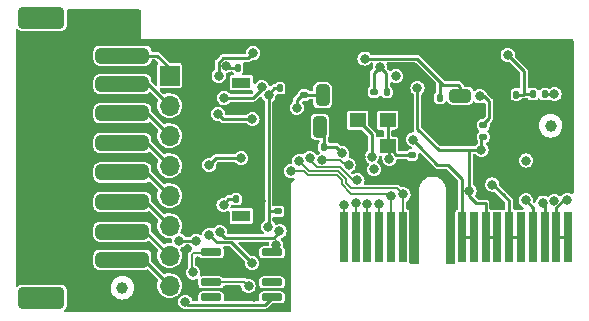
<source format=gbr>
%TF.GenerationSoftware,KiCad,Pcbnew,8.0.4*%
%TF.CreationDate,2024-09-17T19:17:59+01:00*%
%TF.ProjectId,ADE_Aux_V4,4144455f-4175-4785-9f56-342e6b696361,rev?*%
%TF.SameCoordinates,Original*%
%TF.FileFunction,Copper,L4,Bot*%
%TF.FilePolarity,Positive*%
%FSLAX46Y46*%
G04 Gerber Fmt 4.6, Leading zero omitted, Abs format (unit mm)*
G04 Created by KiCad (PCBNEW 8.0.4) date 2024-09-17 19:17:59*
%MOMM*%
%LPD*%
G01*
G04 APERTURE LIST*
G04 Aperture macros list*
%AMRoundRect*
0 Rectangle with rounded corners*
0 $1 Rounding radius*
0 $2 $3 $4 $5 $6 $7 $8 $9 X,Y pos of 4 corners*
0 Add a 4 corners polygon primitive as box body*
4,1,4,$2,$3,$4,$5,$6,$7,$8,$9,$2,$3,0*
0 Add four circle primitives for the rounded corners*
1,1,$1+$1,$2,$3*
1,1,$1+$1,$4,$5*
1,1,$1+$1,$6,$7*
1,1,$1+$1,$8,$9*
0 Add four rect primitives between the rounded corners*
20,1,$1+$1,$2,$3,$4,$5,0*
20,1,$1+$1,$4,$5,$6,$7,0*
20,1,$1+$1,$6,$7,$8,$9,0*
20,1,$1+$1,$8,$9,$2,$3,0*%
G04 Aperture macros list end*
%TA.AperFunction,SMDPad,CuDef*%
%ADD10R,1.600000X0.900000*%
%TD*%
%TA.AperFunction,ComponentPad*%
%ADD11C,0.600000*%
%TD*%
%TA.AperFunction,SMDPad,CuDef*%
%ADD12C,1.000000*%
%TD*%
%TA.AperFunction,SMDPad,CuDef*%
%ADD13RoundRect,0.250000X0.325000X0.650000X-0.325000X0.650000X-0.325000X-0.650000X0.325000X-0.650000X0*%
%TD*%
%TA.AperFunction,SMDPad,CuDef*%
%ADD14R,1.400000X1.200000*%
%TD*%
%TA.AperFunction,SMDPad,CuDef*%
%ADD15RoundRect,0.325000X1.925000X-0.325000X1.925000X0.325000X-1.925000X0.325000X-1.925000X-0.325000X0*%
%TD*%
%TA.AperFunction,SMDPad,CuDef*%
%ADD16RoundRect,0.300001X1.649999X-0.599999X1.649999X0.599999X-1.649999X0.599999X-1.649999X-0.599999X0*%
%TD*%
%TA.AperFunction,ComponentPad*%
%ADD17R,1.700000X1.700000*%
%TD*%
%TA.AperFunction,ComponentPad*%
%ADD18O,1.700000X1.700000*%
%TD*%
%TA.AperFunction,SMDPad,CuDef*%
%ADD19RoundRect,0.140000X0.140000X0.170000X-0.140000X0.170000X-0.140000X-0.170000X0.140000X-0.170000X0*%
%TD*%
%TA.AperFunction,SMDPad,CuDef*%
%ADD20RoundRect,0.140000X0.170000X-0.140000X0.170000X0.140000X-0.170000X0.140000X-0.170000X-0.140000X0*%
%TD*%
%TA.AperFunction,SMDPad,CuDef*%
%ADD21RoundRect,0.140000X-0.140000X-0.170000X0.140000X-0.170000X0.140000X0.170000X-0.140000X0.170000X0*%
%TD*%
%TA.AperFunction,SMDPad,CuDef*%
%ADD22RoundRect,0.135000X-0.135000X-0.185000X0.135000X-0.185000X0.135000X0.185000X-0.135000X0.185000X0*%
%TD*%
%TA.AperFunction,SMDPad,CuDef*%
%ADD23RoundRect,0.250000X-0.650000X0.325000X-0.650000X-0.325000X0.650000X-0.325000X0.650000X0.325000X0*%
%TD*%
%TA.AperFunction,ConnectorPad*%
%ADD24R,0.700000X4.300000*%
%TD*%
%TA.AperFunction,SMDPad,CuDef*%
%ADD25RoundRect,0.140000X-0.170000X0.140000X-0.170000X-0.140000X0.170000X-0.140000X0.170000X0.140000X0*%
%TD*%
%TA.AperFunction,SMDPad,CuDef*%
%ADD26RoundRect,0.135000X-0.185000X0.135000X-0.185000X-0.135000X0.185000X-0.135000X0.185000X0.135000X0*%
%TD*%
%TA.AperFunction,SMDPad,CuDef*%
%ADD27RoundRect,0.150000X-0.725000X-0.150000X0.725000X-0.150000X0.725000X0.150000X-0.725000X0.150000X0*%
%TD*%
%TA.AperFunction,SMDPad,CuDef*%
%ADD28RoundRect,0.250000X-0.325000X-0.650000X0.325000X-0.650000X0.325000X0.650000X-0.325000X0.650000X0*%
%TD*%
%TA.AperFunction,ViaPad*%
%ADD29C,0.800000*%
%TD*%
%TA.AperFunction,Conductor*%
%ADD30C,0.250000*%
%TD*%
%TA.AperFunction,Conductor*%
%ADD31C,0.200000*%
%TD*%
G04 APERTURE END LIST*
D10*
%TO.P,U3,9,PAD*%
%TO.N,/UM*%
X-680000Y36100000D03*
D11*
X-180000Y36100000D03*
X-1180000Y36100000D03*
%TD*%
%TO.P,U1,9,PAD*%
%TO.N,/UM*%
X-180000Y24810000D03*
X-1180000Y24810000D03*
D10*
X-680000Y24810000D03*
%TD*%
D12*
%TO.P,FID3,*%
%TO.N,*%
X-10744200Y18745200D03*
%TD*%
D13*
%TO.P,C20,1*%
%TO.N,/AVDDOUT*%
X5975000Y32375000D03*
%TO.P,C20,2*%
%TO.N,GND*%
X3025000Y32375000D03*
%TD*%
D14*
%TO.P,Y2,1,TRI-STATE*%
%TO.N,+3V3*%
X11707500Y30725000D03*
%TO.P,Y2,2,GND*%
%TO.N,GND*%
X9167500Y30725000D03*
%TO.P,Y2,3,OUTPUT*%
%TO.N,/O_IN*%
X9167500Y32925000D03*
%TO.P,Y2,4,VDD*%
%TO.N,+3V3*%
X11707500Y32925000D03*
%TD*%
D15*
%TO.P,J1,1,Pin_1*%
%TO.N,/RRP*%
X-10750000Y38400000D03*
%TO.P,J1,2,Pin_2*%
%TO.N,/RRM*%
X-10750000Y36000000D03*
%TO.P,J1,3,Pin_3*%
%TO.N,/RSP*%
X-10750000Y33500000D03*
%TO.P,J1,4,Pin_4*%
%TO.N,/RSM*%
X-10750000Y31000000D03*
%TO.P,J1,5,Pin_5*%
%TO.N,/RTP*%
X-10750000Y28500000D03*
%TO.P,J1,6,Pin_6*%
%TO.N,/RTM*%
X-10750000Y26000000D03*
%TO.P,J1,7,Pin_7*%
%TO.N,/RNP*%
X-10750000Y23500000D03*
%TO.P,J1,8,Pin_8*%
%TO.N,/RNM*%
X-10750000Y21125000D03*
D16*
%TO.P,J1,MP*%
%TO.N,N/C*%
X-17600000Y41600000D03*
X-17600000Y17900000D03*
%TD*%
D17*
%TO.P,J15,1,Pin_1*%
%TO.N,/RRP*%
X-6750200Y36692980D03*
D18*
%TO.P,J15,2,Pin_2*%
%TO.N,/RRM*%
X-6750200Y34152980D03*
%TO.P,J15,3,Pin_3*%
%TO.N,/RSP*%
X-6750200Y31612980D03*
%TO.P,J15,4,Pin_4*%
%TO.N,/RSM*%
X-6750200Y29072980D03*
%TO.P,J15,5,Pin_5*%
%TO.N,/RTP*%
X-6750200Y26532980D03*
%TO.P,J15,6,Pin_6*%
%TO.N,/RTM*%
X-6750200Y23992980D03*
%TO.P,J15,7,Pin_7*%
%TO.N,/RNP*%
X-6750200Y21452980D03*
%TO.P,J15,8,Pin_8*%
%TO.N,/RNM*%
X-6750200Y18912980D03*
%TD*%
D19*
%TO.P,C28,1*%
%TO.N,GND*%
X-28000Y37388800D03*
%TO.P,C28,2*%
%TO.N,+3V3*%
X-988000Y37388800D03*
%TD*%
%TO.P,C30,1*%
%TO.N,GND*%
X3530600Y35636200D03*
%TO.P,C30,2*%
%TO.N,/UM*%
X2570600Y35636200D03*
%TD*%
D20*
%TO.P,C23,1*%
%TO.N,/REF*%
X4648200Y35054600D03*
%TO.P,C23,2*%
%TO.N,GND*%
X4648200Y36014600D03*
%TD*%
D21*
%TO.P,C15,1*%
%TO.N,+3V3*%
X11638400Y35306000D03*
%TO.P,C15,2*%
%TO.N,GND*%
X12598400Y35306000D03*
%TD*%
D22*
%TO.P,R1,1*%
%TO.N,/ADE_Reset*%
X24001000Y35128200D03*
%TO.P,R1,2*%
%TO.N,+3V3*%
X25021000Y35128200D03*
%TD*%
D23*
%TO.P,C22,1*%
%TO.N,/DVDDOUT*%
X17856200Y35003000D03*
%TO.P,C22,2*%
%TO.N,GND*%
X17856200Y32053000D03*
%TD*%
D19*
%TO.P,C27,1*%
%TO.N,GND*%
X-152400Y26238200D03*
%TO.P,C27,2*%
%TO.N,+3V3*%
X-1112400Y26238200D03*
%TD*%
%TO.P,C1,1*%
%TO.N,/ADE_Reset*%
X22603400Y35102800D03*
%TO.P,C1,2*%
%TO.N,GND*%
X21643400Y35102800D03*
%TD*%
D24*
%TO.P,J2,B1*%
%TO.N,+3V3*%
X27000000Y23000000D03*
%TO.P,J2,B2*%
X26000000Y23000000D03*
%TO.P,J2,B3*%
%TO.N,/ADE_Reset*%
X25000000Y23000000D03*
%TO.P,J2,B4*%
%TO.N,/SYN*%
X24000000Y23000000D03*
%TO.P,J2,B5*%
%TO.N,/SCLK*%
X23000000Y23000000D03*
%TO.P,J2,B6*%
X22000000Y23000000D03*
%TO.P,J2,B7*%
%TO.N,/MOSI*%
X21000000Y23000000D03*
%TO.P,J2,B8*%
X20000000Y23000000D03*
%TO.P,J2,B9*%
%TO.N,/SS*%
X19000000Y23000000D03*
%TO.P,J2,B10*%
X18000000Y23000000D03*
%TO.P,J2,B11*%
%TO.N,GND*%
X17000000Y23000000D03*
%TO.P,J2,B12*%
X14000000Y23000000D03*
%TO.P,J2,B13*%
%TO.N,/UR-*%
X13000000Y23000000D03*
%TO.P,J2,B14*%
%TO.N,/UR+*%
X12000000Y23000000D03*
%TO.P,J2,B15*%
%TO.N,/US-*%
X11000000Y23000000D03*
%TO.P,J2,B16*%
%TO.N,/US+*%
X10000000Y23000000D03*
%TO.P,J2,B17*%
%TO.N,/UT-*%
X9000000Y23000000D03*
%TO.P,J2,B18*%
%TO.N,/UT+*%
X8000000Y23000000D03*
%TD*%
D25*
%TO.P,C17,1*%
%TO.N,+3V3*%
X10541000Y35303400D03*
%TO.P,C17,2*%
%TO.N,GND*%
X10541000Y34343400D03*
%TD*%
%TO.P,C14,1*%
%TO.N,+3V3*%
X13775000Y29980000D03*
%TO.P,C14,2*%
%TO.N,GND*%
X13775000Y29020000D03*
%TD*%
D26*
%TO.P,R27,1*%
%TO.N,+3V3*%
X19812000Y32539400D03*
%TO.P,R27,2*%
%TO.N,/MOSI*%
X19812000Y31519400D03*
%TD*%
D25*
%TO.P,C29,1*%
%TO.N,GND*%
X2438400Y26159400D03*
%TO.P,C29,2*%
%TO.N,/UM*%
X2438400Y25199400D03*
%TD*%
D19*
%TO.P,C19,1*%
%TO.N,/AVDDOUT*%
X6322000Y30683200D03*
%TO.P,C19,2*%
%TO.N,GND*%
X5362000Y30683200D03*
%TD*%
D27*
%TO.P,U4,1,NC*%
%TO.N,unconnected-(U4-Pad1)*%
X-3235000Y17925000D03*
%TO.P,U4,2,CAP+*%
%TO.N,/C+*%
X-3235000Y19195000D03*
%TO.P,U4,3,GND*%
%TO.N,GND*%
X-3235000Y20465000D03*
%TO.P,U4,4,CAP-*%
%TO.N,/C-*%
X-3235000Y21735000D03*
%TO.P,U4,5,VOUT*%
%TO.N,/UM*%
X1915000Y21735000D03*
%TO.P,U4,6,LV*%
%TO.N,GND*%
X1915000Y20465000D03*
%TO.P,U4,7,OSC*%
%TO.N,unconnected-(U4-Pad7)*%
X1915000Y19195000D03*
%TO.P,U4,8,V+*%
%TO.N,+3V3*%
X1915000Y17925000D03*
%TD*%
D12*
%TO.P,FID2,*%
%TO.N,*%
X25501600Y32461200D03*
%TD*%
D28*
%TO.P,C24,1*%
%TO.N,/REF*%
X6195800Y35026600D03*
%TO.P,C24,2*%
%TO.N,GND*%
X9145800Y35026600D03*
%TD*%
D19*
%TO.P,C21,1*%
%TO.N,/DVDDOUT*%
X16126400Y34823400D03*
%TO.P,C21,2*%
%TO.N,GND*%
X15166400Y34823400D03*
%TD*%
D29*
%TO.N,GND*%
X-11020000Y41360000D03*
X26593800Y39192200D03*
X-18640000Y36280000D03*
X-16100000Y33740000D03*
X16459200Y28346400D03*
X-5940000Y38820000D03*
X4430000Y37400000D03*
X-3400000Y31200000D03*
X-14440000Y37200000D03*
X-14100000Y23060000D03*
X-18640000Y28660000D03*
X24540000Y33740000D03*
X-18640000Y26120000D03*
X26339800Y31191200D03*
X4428453Y33111500D03*
X17170400Y25933400D03*
X-16100000Y36280000D03*
X-13450000Y18140000D03*
X-16100000Y23580000D03*
X24540000Y38820000D03*
X390000Y17940000D03*
X9457677Y29825500D03*
X13716000Y27940000D03*
X-16100000Y38820000D03*
X5540000Y38930000D03*
X-13560000Y41360000D03*
X-18640000Y31200000D03*
X22000000Y28660000D03*
X24540000Y36280000D03*
X-16100000Y31200000D03*
X-18640000Y21040000D03*
X-2870200Y39344600D03*
X12598400Y31826200D03*
X-16100000Y26120000D03*
X13868400Y25857200D03*
X24540000Y31200000D03*
X11836400Y28092400D03*
X-18640000Y33740000D03*
X12954000Y28930600D03*
X1001000Y26060000D03*
X3429000Y37338000D03*
X670000Y28320000D03*
X-16100000Y21040000D03*
X19460000Y33740000D03*
X11836400Y34137600D03*
X-5230000Y25880000D03*
X660000Y31690000D03*
X-18640000Y38820000D03*
X-16100000Y28660000D03*
X-860000Y31200000D03*
X1850000Y39045500D03*
X-18640000Y23580000D03*
X26517600Y33604200D03*
X-14520000Y29090000D03*
%TO.N,+3V3*%
X19507200Y34950400D03*
X11861800Y29667200D03*
X11050000Y37425000D03*
X10575000Y28775000D03*
X-2190000Y25740000D03*
X26924000Y26187400D03*
X25806400Y26111200D03*
X-5420000Y17550000D03*
X-1975500Y37553372D03*
X25831800Y35128200D03*
X23444200Y29514800D03*
%TO.N,/AVDDOUT*%
X7863900Y30124400D03*
%TO.N,/DVDDOUT*%
X9753600Y38150800D03*
%TO.N,/REF*%
X4013200Y33985200D03*
%TO.N,/ISP*%
X1040000Y35730000D03*
X-2150000Y34820000D03*
%TO.N,/INP*%
X2550000Y23540000D03*
X-2510000Y23480000D03*
%TO.N,/UR+*%
X11970000Y26540000D03*
X3524020Y28620000D03*
%TO.N,/US+*%
X10000000Y25800000D03*
X9143911Y27833911D03*
X5100000Y29720000D03*
%TO.N,/UT+*%
X8050000Y25740000D03*
%TO.N,/ADE_Reset*%
X21869400Y38455600D03*
X24841200Y25958800D03*
%TO.N,/O_IN*%
X10375000Y29850000D03*
%TO.N,/SCLK*%
X20570000Y27480000D03*
%TO.N,/MOSI*%
X14230000Y35660000D03*
X18630000Y26960000D03*
X19650000Y30410000D03*
%TO.N,/SS*%
X12420000Y36650000D03*
X13868400Y31292800D03*
%TO.N,/RN*%
X-5934500Y22738843D03*
X-4520000Y22670000D03*
%TO.N,Net-(C5-Pad2)*%
X-3410000Y23230000D03*
X230000Y20824500D03*
%TO.N,Net-(C6-Pad2)*%
X260000Y33020000D03*
X-2650000Y33470000D03*
%TO.N,Net-(C13-Pad2)*%
X-700000Y29710000D03*
X-3390000Y29150000D03*
%TO.N,Net-(C16-Pad2)*%
X309163Y38610563D03*
X-2600000Y36690000D03*
%TO.N,/UM*%
X1610000Y23910000D03*
X1625500Y35047145D03*
X2277484Y22357547D03*
%TO.N,/C+*%
X-70000Y18890000D03*
%TO.N,/UR-*%
X4230000Y29490000D03*
X13040000Y26640000D03*
%TO.N,/US-*%
X11000000Y25870000D03*
X6182300Y29546200D03*
X8393411Y29123411D03*
%TO.N,/UT-*%
X9020000Y25950000D03*
%TO.N,/C-*%
X-4765656Y20033911D03*
%TO.N,/SYN*%
X23393400Y26136600D03*
%TD*%
D30*
%TO.N,GND*%
X3050600Y26159400D02*
X2438400Y26159400D01*
X3352800Y20904200D02*
X3352800Y25857200D01*
X3352800Y25857200D02*
X3050600Y26159400D01*
X13775000Y29020000D02*
X13043400Y29020000D01*
X9167500Y30725000D02*
X9167500Y30115677D01*
X2913600Y20465000D02*
X3352800Y20904200D01*
X17000000Y23000000D02*
X17000000Y25763000D01*
X3025000Y32375000D02*
X3691953Y32375000D01*
X14000000Y23000000D02*
X14000000Y25725600D01*
X-152400Y26238200D02*
X822800Y26238200D01*
X1915000Y20465000D02*
X2913600Y20465000D01*
X13043400Y29020000D02*
X12954000Y28930600D01*
X5616000Y30708600D02*
X5616000Y30502800D01*
X14000000Y25725600D02*
X13868400Y25857200D01*
X17000000Y25763000D02*
X17170400Y25933400D01*
X3691953Y32375000D02*
X4428453Y33111500D01*
X9167500Y30925000D02*
X9300000Y30925000D01*
X822800Y26238200D02*
X1001000Y26060000D01*
%TO.N,+3V3*%
X11050000Y37425000D02*
X11557000Y36918000D01*
X-1810928Y37388800D02*
X-1975500Y37553372D01*
X11707500Y32925000D02*
X11707500Y30725000D01*
X25021000Y35128200D02*
X25831800Y35128200D01*
X11050000Y37425000D02*
X10515600Y36890600D01*
X11707500Y30725000D02*
X11861800Y30570700D01*
X20320000Y34518600D02*
X19888200Y34950400D01*
X-988000Y37388800D02*
X-1810928Y37388800D01*
X-2190000Y25826200D02*
X-1778000Y26238200D01*
X12452500Y29980000D02*
X11707500Y30725000D01*
X19888200Y34950400D02*
X19507200Y34950400D01*
X19812000Y32613600D02*
X20320000Y33121600D01*
X19812000Y32539400D02*
X19812000Y32613600D01*
X20320000Y33121600D02*
X20320000Y34518600D01*
X11557000Y35387400D02*
X11638400Y35306000D01*
X-1778000Y26238200D02*
X-1112400Y26238200D01*
X1320000Y17300000D02*
X-5170000Y17300000D01*
X-5170000Y17300000D02*
X-5420000Y17550000D01*
X1915000Y17925000D02*
X1915000Y17895000D01*
X27000000Y23000000D02*
X26000000Y23000000D01*
X11557000Y36918000D02*
X11557000Y35387400D01*
X10515600Y35328800D02*
X10541000Y35303400D01*
X10515600Y36890600D02*
X10515600Y35328800D01*
X26000000Y25575000D02*
X26550000Y26125000D01*
X11861800Y30570700D02*
X11861800Y29667200D01*
X13775000Y29980000D02*
X12452500Y29980000D01*
X26000000Y23000000D02*
X26000000Y25575000D01*
X1915000Y17895000D02*
X1320000Y17300000D01*
X-2190000Y25740000D02*
X-2190000Y25826200D01*
%TO.N,/AVDDOUT*%
X5975000Y32099600D02*
X6324600Y31750000D01*
X6322000Y30683200D02*
X7305100Y30683200D01*
X5975000Y32375000D02*
X5975000Y32099600D01*
X7305100Y30683200D02*
X7863900Y30124400D01*
X6324600Y31750000D02*
X6324600Y30685800D01*
X6324600Y30685800D02*
X6322000Y30683200D01*
%TO.N,/DVDDOUT*%
X14198600Y38150800D02*
X16090900Y36258500D01*
X16126400Y34823400D02*
X16126400Y36223000D01*
X16126400Y36223000D02*
X16090900Y36258500D01*
X16408400Y35941000D02*
X17653000Y35941000D01*
X17856200Y35737800D02*
X17856200Y35003000D01*
X16090900Y36258500D02*
X16408400Y35941000D01*
X17653000Y35941000D02*
X17856200Y35737800D01*
X9753600Y38150800D02*
X14198600Y38150800D01*
%TO.N,/REF*%
X4422200Y35054600D02*
X4648200Y35054600D01*
X6167800Y35054600D02*
X6195800Y35026600D01*
X4648200Y35054600D02*
X6167800Y35054600D01*
X4013200Y34645600D02*
X4422200Y35054600D01*
X4013200Y33985200D02*
X4013200Y34645600D01*
%TO.N,/ISP*%
X1040000Y35730000D02*
X1040000Y35550000D01*
X1040000Y35550000D02*
X310000Y34820000D01*
X310000Y34820000D02*
X-2150000Y34820000D01*
%TO.N,/INP*%
X-2510000Y23360000D02*
X-2100000Y22950000D01*
X-2100000Y22950000D02*
X2080000Y22950000D01*
X2080000Y22950000D02*
X2550000Y23420000D01*
X-2510000Y23480000D02*
X-2510000Y23360000D01*
X2550000Y23420000D02*
X2550000Y23540000D01*
D31*
%TO.N,/UR+*%
X4950000Y28270000D02*
X7426414Y28270000D01*
X8640000Y26690000D02*
X7818207Y27511793D01*
X12000000Y26510000D02*
X11970000Y26540000D01*
X3524020Y28620000D02*
X4600000Y28620000D01*
X11970000Y26540000D02*
X11820000Y26690000D01*
X4600000Y28620000D02*
X4950000Y28270000D01*
X11820000Y26690000D02*
X8640000Y26690000D01*
X7818207Y27511793D02*
X7818207Y27878207D01*
X12000000Y23000000D02*
X12000000Y26510000D01*
X7426414Y28270000D02*
X7818207Y27878207D01*
%TO.N,/US+*%
X5100000Y29540000D02*
X5100000Y29720000D01*
X9143911Y27833911D02*
X8786089Y27833911D01*
X8786089Y27833911D02*
X7673311Y28946689D01*
X7673311Y28946689D02*
X5693311Y28946689D01*
X10000000Y23000000D02*
X10000000Y25800000D01*
X5693311Y28946689D02*
X5100000Y29540000D01*
D30*
%TO.N,/RSP*%
X-6750200Y31612980D02*
X-8637220Y33500000D01*
%TO.N,/RSM*%
X-6750200Y29072980D02*
X-8677220Y31000000D01*
%TO.N,/RTP*%
X-6750200Y26532980D02*
X-8717220Y28500000D01*
%TO.N,/RTM*%
X-6750200Y23992980D02*
X-8757220Y26000000D01*
%TO.N,/RRP*%
X-6750200Y37350200D02*
X-7800000Y38400000D01*
X-7800000Y38400000D02*
X-10750000Y38400000D01*
X-6750200Y36692980D02*
X-6750200Y37350200D01*
%TO.N,/RRM*%
X-8370000Y35780000D02*
X-8370000Y35772780D01*
X-8370000Y35772780D02*
X-6750200Y34152980D01*
X-8590000Y36000000D02*
X-8370000Y35780000D01*
X-10750000Y36000000D02*
X-8590000Y36000000D01*
%TO.N,/RNP*%
X-6750200Y21452980D02*
X-8797220Y23500000D01*
%TO.N,/RNM*%
X-6750200Y18912980D02*
X-8962220Y21125000D01*
D31*
%TO.N,/UT+*%
X8000000Y23000000D02*
X8000000Y25690000D01*
X8000000Y25690000D02*
X8050000Y25740000D01*
D30*
%TO.N,/ADE_Reset*%
X25000000Y23000000D02*
X25000000Y25800000D01*
X23269000Y37056000D02*
X23269000Y35128200D01*
X25000000Y25800000D02*
X24841200Y25958800D01*
X23243600Y35102800D02*
X23269000Y35128200D01*
X23269000Y35128200D02*
X24001000Y35128200D01*
X21869400Y38455600D02*
X23269000Y37056000D01*
X22603400Y35102800D02*
X23243600Y35102800D01*
%TO.N,/O_IN*%
X10375000Y29850000D02*
X10375000Y31717500D01*
X10375000Y31717500D02*
X9167500Y32925000D01*
%TO.N,/SCLK*%
X22000000Y26100000D02*
X22000000Y23000000D01*
X20620000Y27480000D02*
X20570000Y27480000D01*
X21545000Y26555000D02*
X22000000Y26100000D01*
X23000000Y23000000D02*
X22000000Y23000000D01*
X21545000Y26555000D02*
X20620000Y27480000D01*
%TO.N,/MOSI*%
X20000000Y25875000D02*
X19225000Y25875000D01*
X20000000Y23000000D02*
X21000000Y23000000D01*
X18630000Y26470000D02*
X18630000Y26960000D01*
X19650000Y31357400D02*
X19812000Y31519400D01*
X19225000Y25875000D02*
X18630000Y26470000D01*
X19650000Y30410000D02*
X19650000Y31357400D01*
X14230000Y35660000D02*
X14230000Y32200000D01*
X20000000Y23000000D02*
X20000000Y25875000D01*
X14230000Y32200000D02*
X16020000Y30410000D01*
X17290000Y30410000D02*
X18670000Y30410000D01*
X18670000Y30410000D02*
X19650000Y30410000D01*
X16020000Y30410000D02*
X17290000Y30410000D01*
X18630000Y26960000D02*
X18630000Y30370000D01*
X18630000Y30370000D02*
X18670000Y30410000D01*
%TO.N,/SS*%
X16825000Y29150000D02*
X15925000Y29150000D01*
X19000000Y23000000D02*
X18000000Y23000000D01*
X14327500Y30747500D02*
X14000000Y31075000D01*
X13868400Y31292800D02*
X13868400Y31206600D01*
X18000000Y27975000D02*
X16825000Y29150000D01*
X13868400Y31206600D02*
X14327500Y30747500D01*
X15925000Y29150000D02*
X14327500Y30747500D01*
X18000000Y23000000D02*
X18000000Y27975000D01*
%TO.N,/RN*%
X-4520000Y22670000D02*
X-4590000Y22740000D01*
X-5933343Y22740000D02*
X-5934500Y22738843D01*
X-4590000Y22740000D02*
X-5933343Y22740000D01*
%TO.N,Net-(C5-Pad2)*%
X-3410000Y23230000D02*
X-2780480Y22600480D01*
X-1545980Y22600480D02*
X230000Y20824500D01*
X-2780480Y22600480D02*
X-1545980Y22600480D01*
%TO.N,Net-(C6-Pad2)*%
X-2200000Y33020000D02*
X-2650000Y33470000D01*
X260000Y33020000D02*
X-2200000Y33020000D01*
%TO.N,Net-(C13-Pad2)*%
X-2830000Y29710000D02*
X-3390000Y29150000D01*
X-700000Y29710000D02*
X-2830000Y29710000D01*
%TO.N,Net-(C16-Pad2)*%
X-2600000Y37812065D02*
X-2234182Y38177883D01*
X-123517Y38177883D02*
X309163Y38610563D01*
X-2600000Y36690000D02*
X-2600000Y37812065D01*
X-2234182Y38177883D02*
X-123517Y38177883D01*
%TO.N,/UM*%
X1625500Y35153500D02*
X2108200Y35636200D01*
X1625500Y25298500D02*
X1625500Y23925500D01*
X2277484Y22357547D02*
X2277484Y22097484D01*
X1625500Y35047145D02*
X1625500Y25298500D01*
X2277484Y22097484D02*
X1915000Y21735000D01*
X2108200Y35636200D02*
X2570600Y35636200D01*
X2438400Y25199400D02*
X1724600Y25199400D01*
X1625500Y35047145D02*
X1625500Y35153500D01*
X1724600Y25199400D02*
X1625500Y25298500D01*
X1625500Y23925500D02*
X1610000Y23910000D01*
D31*
%TO.N,/C+*%
X-70000Y18890000D02*
X-420000Y19240000D01*
X-420000Y19240000D02*
X-3190000Y19240000D01*
X-3190000Y19240000D02*
X-3235000Y19195000D01*
%TO.N,/UR-*%
X13000000Y23000000D02*
X13000000Y26600000D01*
X13040000Y26640000D02*
X12520000Y27160000D01*
X7472831Y28647169D02*
X5072831Y28647169D01*
X8600000Y27160000D02*
X8170000Y27590000D01*
X13000000Y26600000D02*
X13040000Y26640000D01*
X12520000Y27160000D02*
X8600000Y27160000D01*
X5072831Y28647169D02*
X4230000Y29490000D01*
X8170000Y27590000D02*
X8170000Y27950000D01*
X8170000Y27950000D02*
X7472831Y28647169D01*
%TO.N,/US-*%
X8540000Y29270000D02*
X8393411Y29123411D01*
X7683800Y29546200D02*
X7960000Y29270000D01*
X7960000Y29270000D02*
X8540000Y29270000D01*
X11000000Y25870000D02*
X11000000Y23000000D01*
X6182300Y29546200D02*
X7683800Y29546200D01*
%TO.N,/UT-*%
X9020000Y25950000D02*
X9000000Y25930000D01*
X9000000Y25930000D02*
X9000000Y23550000D01*
%TO.N,/C-*%
X-4880000Y20148255D02*
X-4880000Y21550000D01*
X-4880000Y21550000D02*
X-4740000Y21690000D01*
X-4765656Y20033911D02*
X-4880000Y20148255D01*
X-4740000Y21690000D02*
X-3280000Y21690000D01*
X-3280000Y21690000D02*
X-3235000Y21735000D01*
D30*
%TO.N,/SYN*%
X24000000Y25530000D02*
X24000000Y23000000D01*
X23393400Y26136600D02*
X24000000Y25530000D01*
%TD*%
%TA.AperFunction,Conductor*%
%TO.N,GND*%
G36*
X-9257879Y42279998D02*
G01*
X-9211386Y42226342D01*
X-9200000Y42174000D01*
X-9200000Y40005877D01*
X-9200045Y39954551D01*
X-9193902Y39941758D01*
X-9192773Y39936790D01*
X-9190215Y39929465D01*
X-9188006Y39924875D01*
X-9184850Y39911038D01*
X-9176006Y39899939D01*
X-9173636Y39895015D01*
X-9170084Y39889353D01*
X-9166688Y39885084D01*
X-9160547Y39872295D01*
X-9149464Y39863432D01*
X-9146293Y39859446D01*
X-9140809Y39853952D01*
X-9136827Y39850773D01*
X-9127985Y39839677D01*
X-9115207Y39833514D01*
X-9110936Y39830104D01*
X-9105286Y39826546D01*
X-9100366Y39824168D01*
X-9089285Y39815306D01*
X-9075457Y39812126D01*
X-9070876Y39809912D01*
X-9063551Y39807339D01*
X-9058580Y39806201D01*
X-9045798Y39800035D01*
X-9022787Y39800015D01*
X-9022789Y39798003D01*
X-9022723Y39797988D01*
X-9022723Y39800000D01*
X-9005877Y39800000D01*
X-8954551Y39799955D01*
X-8954555Y39795150D01*
X-8954457Y39795144D01*
X-8954457Y39800000D01*
X27324000Y39800000D01*
X27392121Y39779998D01*
X27438614Y39726342D01*
X27450000Y39674000D01*
X27450000Y26796203D01*
X27429998Y26728082D01*
X27376342Y26681589D01*
X27306068Y26671485D01*
X27247295Y26696241D01*
X27233393Y26706909D01*
X27233390Y26706911D01*
X27226841Y26711936D01*
X27080762Y26772444D01*
X26924000Y26793082D01*
X26767238Y26772444D01*
X26621159Y26711936D01*
X26495718Y26615682D01*
X26490695Y26609136D01*
X26435928Y26537762D01*
X26378590Y26495895D01*
X26307719Y26491673D01*
X26245816Y26526437D01*
X26243296Y26529345D01*
X26239705Y26532936D01*
X26234682Y26539482D01*
X26227593Y26544922D01*
X26165924Y26592242D01*
X26109241Y26635736D01*
X25981453Y26688668D01*
X25970791Y26693084D01*
X25963162Y26696244D01*
X25806400Y26716882D01*
X25649638Y26696244D01*
X25642009Y26693084D01*
X25631347Y26688668D01*
X25503559Y26635736D01*
X25446876Y26592242D01*
X25385208Y26544922D01*
X25378118Y26539482D01*
X25373095Y26532936D01*
X25373091Y26532932D01*
X25340958Y26491056D01*
X25283620Y26449188D01*
X25212749Y26444967D01*
X25164292Y26467797D01*
X25150592Y26478309D01*
X25144041Y26483336D01*
X24997962Y26543844D01*
X24960409Y26548788D01*
X24849388Y26563404D01*
X24841200Y26564482D01*
X24833012Y26563404D01*
X24721992Y26548788D01*
X24684438Y26543844D01*
X24538359Y26483336D01*
X24412918Y26387082D01*
X24407895Y26380536D01*
X24399499Y26369594D01*
X24316664Y26261641D01*
X24256156Y26115562D01*
X24255078Y26107374D01*
X24245136Y26031856D01*
X24216414Y25966929D01*
X24157149Y25927837D01*
X24086157Y25926992D01*
X24031119Y25959207D01*
X24026109Y25964217D01*
X23992083Y26026529D01*
X23990282Y26069758D01*
X23991356Y26077911D01*
X23999082Y26136600D01*
X23978444Y26293362D01*
X23917936Y26439441D01*
X23834031Y26548788D01*
X23826705Y26558336D01*
X23821682Y26564882D01*
X23696241Y26661136D01*
X23564261Y26715804D01*
X23557791Y26718484D01*
X23550162Y26721644D01*
X23393400Y26742282D01*
X23236638Y26721644D01*
X23229009Y26718484D01*
X23222539Y26715804D01*
X23090559Y26661136D01*
X22965118Y26564882D01*
X22960095Y26558336D01*
X22952769Y26548788D01*
X22868864Y26439441D01*
X22808356Y26293362D01*
X22787718Y26136600D01*
X22788796Y26128412D01*
X22807276Y25988045D01*
X22808356Y25979838D01*
X22868864Y25833759D01*
X22965118Y25708318D01*
X23090559Y25612064D01*
X23118417Y25600525D01*
X23136803Y25592909D01*
X23192084Y25548360D01*
X23214505Y25480997D01*
X23196947Y25412206D01*
X23144985Y25363828D01*
X23088585Y25350500D01*
X22630252Y25350500D01*
X22624184Y25349293D01*
X22583939Y25341288D01*
X22583938Y25341288D01*
X22571769Y25338867D01*
X22561453Y25331974D01*
X22549983Y25327223D01*
X22548445Y25330937D01*
X22502249Y25316472D01*
X22451711Y25331312D01*
X22450017Y25327223D01*
X22438547Y25331974D01*
X22428231Y25338867D01*
X22416061Y25341288D01*
X22404595Y25346037D01*
X22406218Y25349956D01*
X22364007Y25372037D01*
X22328877Y25433733D01*
X22325500Y25462707D01*
X22325500Y26080287D01*
X22325979Y26091268D01*
X22328303Y26117830D01*
X22328303Y26117832D01*
X22329263Y26128807D01*
X22319508Y26165217D01*
X22317133Y26175928D01*
X22316029Y26182187D01*
X22310588Y26213045D01*
X22305078Y26222589D01*
X22303886Y26225865D01*
X22302407Y26229036D01*
X22299554Y26239684D01*
X22277940Y26270552D01*
X22272036Y26279821D01*
X22258707Y26302908D01*
X22258704Y26302912D01*
X22253194Y26312455D01*
X22224330Y26336675D01*
X22216227Y26344100D01*
X21755028Y26805298D01*
X21208526Y27351800D01*
X21174501Y27414113D01*
X21172699Y27457342D01*
X21174604Y27471812D01*
X21175682Y27480000D01*
X21155044Y27636762D01*
X21148881Y27651642D01*
X21138315Y27677149D01*
X21094536Y27782841D01*
X20998282Y27908282D01*
X20872841Y28004536D01*
X20726762Y28065044D01*
X20570000Y28085682D01*
X20413238Y28065044D01*
X20267159Y28004536D01*
X20141718Y27908282D01*
X20045464Y27782841D01*
X20001685Y27677149D01*
X19991120Y27651642D01*
X19984956Y27636762D01*
X19964318Y27480000D01*
X19984956Y27323238D01*
X20045464Y27177159D01*
X20141718Y27051718D01*
X20267159Y26955464D01*
X20413238Y26894956D01*
X20570000Y26874318D01*
X20681026Y26888935D01*
X20751173Y26877996D01*
X20786566Y26853108D01*
X21294702Y26344972D01*
X21637595Y26002078D01*
X21671621Y25939766D01*
X21674500Y25912983D01*
X21674500Y25462707D01*
X21654498Y25394586D01*
X21600842Y25348093D01*
X21595295Y25346302D01*
X21595405Y25346037D01*
X21583939Y25341288D01*
X21571769Y25338867D01*
X21561453Y25331974D01*
X21549983Y25327223D01*
X21548445Y25330937D01*
X21502249Y25316472D01*
X21451711Y25331312D01*
X21450017Y25327223D01*
X21438547Y25331974D01*
X21428231Y25338867D01*
X21416062Y25341288D01*
X21416061Y25341288D01*
X21375816Y25349293D01*
X21369748Y25350500D01*
X20630252Y25350500D01*
X20624184Y25349293D01*
X20583939Y25341288D01*
X20583938Y25341288D01*
X20571769Y25338867D01*
X20561453Y25331974D01*
X20549983Y25327223D01*
X20548445Y25330937D01*
X20502249Y25316472D01*
X20451711Y25331312D01*
X20450017Y25327223D01*
X20438547Y25331974D01*
X20428231Y25338867D01*
X20416061Y25341288D01*
X20404595Y25346037D01*
X20406218Y25349956D01*
X20364007Y25372037D01*
X20328877Y25433733D01*
X20325500Y25462707D01*
X20325500Y25932394D01*
X20319378Y25949214D01*
X20313695Y25970424D01*
X20312502Y25977190D01*
X20310588Y25988045D01*
X20301640Y26003544D01*
X20292361Y26023443D01*
X20286240Y26040260D01*
X20279154Y26048705D01*
X20279153Y26048707D01*
X20274735Y26053972D01*
X20262143Y26071955D01*
X20260666Y26074513D01*
X20253194Y26087455D01*
X20244752Y26094539D01*
X20244750Y26094541D01*
X20239484Y26098960D01*
X20223958Y26114486D01*
X20219542Y26119748D01*
X20212455Y26128194D01*
X20196957Y26137142D01*
X20178967Y26149739D01*
X20173703Y26154156D01*
X20173704Y26154156D01*
X20165261Y26161240D01*
X20154908Y26165008D01*
X20154903Y26165011D01*
X20148440Y26167363D01*
X20128536Y26176644D01*
X20122592Y26180076D01*
X20113045Y26185588D01*
X20102191Y26187502D01*
X20102185Y26187504D01*
X20095424Y26188696D01*
X20074216Y26194378D01*
X20067752Y26196730D01*
X20057394Y26200500D01*
X19412016Y26200500D01*
X19343895Y26220502D01*
X19322921Y26237405D01*
X19123533Y26436793D01*
X19089507Y26499105D01*
X19094572Y26569920D01*
X19112666Y26602592D01*
X19149506Y26650603D01*
X19149508Y26650606D01*
X19154536Y26657159D01*
X19215044Y26803238D01*
X19235682Y26960000D01*
X19215044Y27116762D01*
X19154536Y27262841D01*
X19058282Y27388282D01*
X19048567Y27395737D01*
X19004796Y27429323D01*
X18962929Y27486661D01*
X18955500Y27529286D01*
X18955500Y29514800D01*
X22838518Y29514800D01*
X22840097Y29502809D01*
X22850176Y29426252D01*
X22859156Y29358038D01*
X22919664Y29211959D01*
X23015918Y29086518D01*
X23022464Y29081495D01*
X23027226Y29077841D01*
X23141359Y28990264D01*
X23287438Y28929756D01*
X23444200Y28909118D01*
X23452388Y28910196D01*
X23592774Y28928678D01*
X23600962Y28929756D01*
X23747041Y28990264D01*
X23861174Y29077841D01*
X23865936Y29081495D01*
X23872482Y29086518D01*
X23968736Y29211959D01*
X24029244Y29358038D01*
X24038225Y29426252D01*
X24048303Y29502809D01*
X24049882Y29514800D01*
X24033587Y29638574D01*
X24030322Y29663374D01*
X24029244Y29671562D01*
X23968736Y29817641D01*
X23886740Y29924500D01*
X23877505Y29936536D01*
X23872482Y29943082D01*
X23747041Y30039336D01*
X23617234Y30093104D01*
X23608591Y30096684D01*
X23600962Y30099844D01*
X23444200Y30120482D01*
X23287438Y30099844D01*
X23279809Y30096684D01*
X23271166Y30093104D01*
X23141359Y30039336D01*
X23015918Y29943082D01*
X23010895Y29936536D01*
X23001660Y29924500D01*
X22919664Y29817641D01*
X22859156Y29671562D01*
X22858078Y29663374D01*
X22854813Y29638574D01*
X22838518Y29514800D01*
X18955500Y29514800D01*
X18955500Y29957476D01*
X18975502Y30025597D01*
X19029158Y30072090D01*
X19099432Y30082194D01*
X19164012Y30052700D01*
X19181463Y30034179D01*
X19216692Y29988267D01*
X19216695Y29988264D01*
X19221718Y29981718D01*
X19347159Y29885464D01*
X19493238Y29824956D01*
X19650000Y29804318D01*
X19658188Y29805396D01*
X19798574Y29823878D01*
X19806762Y29824956D01*
X19952841Y29885464D01*
X20078282Y29981718D01*
X20088656Y29995237D01*
X20119919Y30035980D01*
X20174536Y30107159D01*
X20235044Y30253238D01*
X20240507Y30294730D01*
X20254604Y30401812D01*
X20255682Y30410000D01*
X20235044Y30566762D01*
X20174536Y30712841D01*
X20078282Y30838282D01*
X20069831Y30844767D01*
X20069676Y30844886D01*
X20068380Y30846661D01*
X20065891Y30849150D01*
X20066279Y30849538D01*
X20027809Y30902225D01*
X20023588Y30973096D01*
X20058353Y31034998D01*
X20093131Y31059043D01*
X20093908Y31059405D01*
X20192404Y31105335D01*
X20276065Y31188996D01*
X20286474Y31211318D01*
X20321994Y31287490D01*
X20321994Y31287491D01*
X20326068Y31296227D01*
X20332500Y31345084D01*
X20332500Y31693716D01*
X20326068Y31742573D01*
X20318485Y31758836D01*
X20280725Y31839811D01*
X20280725Y31839812D01*
X20276065Y31849804D01*
X20192404Y31933465D01*
X20193092Y31934153D01*
X20155131Y31981647D01*
X20147823Y32052267D01*
X20179856Y32115626D01*
X20189496Y32123979D01*
X20192404Y32125335D01*
X20276065Y32208996D01*
X20289808Y32238468D01*
X20321994Y32307490D01*
X20321994Y32307491D01*
X20326068Y32316227D01*
X20332500Y32365084D01*
X20332500Y32475237D01*
X24496357Y32475237D01*
X24512775Y32279717D01*
X24566858Y32091109D01*
X24569676Y32085626D01*
X24653723Y31922087D01*
X24653726Y31922083D01*
X24656544Y31916599D01*
X24778418Y31762831D01*
X24783111Y31758837D01*
X24783112Y31758836D01*
X24835165Y31714536D01*
X24927838Y31635665D01*
X24933216Y31632659D01*
X24933218Y31632658D01*
X24968428Y31612980D01*
X25099113Y31539943D01*
X25285718Y31479311D01*
X25480546Y31456079D01*
X25486681Y31456551D01*
X25486683Y31456551D01*
X25670034Y31470659D01*
X25670038Y31470660D01*
X25676176Y31471132D01*
X25865156Y31523897D01*
X26040289Y31612363D01*
X26045567Y31616486D01*
X26159205Y31705270D01*
X26194903Y31733160D01*
X26224684Y31767661D01*
X26319085Y31877027D01*
X26319085Y31877028D01*
X26323109Y31881689D01*
X26329746Y31893371D01*
X26391095Y32001365D01*
X26420025Y32052291D01*
X26481958Y32238468D01*
X26506549Y32433129D01*
X26506941Y32461200D01*
X26487794Y32656472D01*
X26486013Y32662371D01*
X26486012Y32662376D01*
X26432865Y32838407D01*
X26431084Y32844306D01*
X26338970Y33017547D01*
X26214961Y33169598D01*
X26063780Y33294665D01*
X25891185Y33387987D01*
X25753030Y33430753D01*
X25709639Y33444185D01*
X25709636Y33444186D01*
X25703752Y33446007D01*
X25697627Y33446651D01*
X25697626Y33446651D01*
X25514747Y33465873D01*
X25514746Y33465873D01*
X25508619Y33466517D01*
X25385983Y33455356D01*
X25319359Y33449293D01*
X25319358Y33449293D01*
X25313218Y33448734D01*
X25307304Y33446993D01*
X25307302Y33446993D01*
X25212728Y33419158D01*
X25124993Y33393336D01*
X25119528Y33390479D01*
X24956572Y33305288D01*
X24956568Y33305285D01*
X24951112Y33302433D01*
X24946312Y33298573D01*
X24946311Y33298573D01*
X24911926Y33270927D01*
X24798200Y33179489D01*
X24672080Y33029184D01*
X24669116Y33023792D01*
X24669113Y33023788D01*
X24653814Y32995959D01*
X24577556Y32857246D01*
X24575695Y32851379D01*
X24575694Y32851377D01*
X24548841Y32766726D01*
X24518228Y32670222D01*
X24496357Y32475237D01*
X20332500Y32475237D01*
X20332500Y32621583D01*
X20352502Y32689704D01*
X20369405Y32710678D01*
X20536222Y32877495D01*
X20544326Y32884922D01*
X20544367Y32884956D01*
X20573194Y32909145D01*
X20592039Y32941785D01*
X20597943Y32951053D01*
X20613231Y32972887D01*
X20619553Y32981916D01*
X20622406Y32992562D01*
X20623883Y32995730D01*
X20625076Y32999007D01*
X20630588Y33008555D01*
X20637132Y33045669D01*
X20639512Y33056404D01*
X20646410Y33082146D01*
X20649263Y33092793D01*
X20647726Y33110369D01*
X20645979Y33130331D01*
X20645500Y33141312D01*
X20645500Y34498902D01*
X20645980Y34509884D01*
X20648302Y34536420D01*
X20648302Y34536422D01*
X20649263Y34547407D01*
X20639512Y34583797D01*
X20637132Y34594531D01*
X20633060Y34617625D01*
X20630588Y34631645D01*
X20625076Y34641193D01*
X20623883Y34644470D01*
X20622406Y34647638D01*
X20619553Y34658284D01*
X20597942Y34689148D01*
X20592038Y34698416D01*
X20591171Y34699918D01*
X20573194Y34731055D01*
X20557199Y34744477D01*
X20544330Y34755275D01*
X20536227Y34762700D01*
X20132304Y35166622D01*
X20124877Y35174727D01*
X20124467Y35175216D01*
X20100655Y35203594D01*
X20068003Y35222445D01*
X20058733Y35228353D01*
X20057520Y35229202D01*
X20029855Y35255692D01*
X20026484Y35260086D01*
X19948062Y35362287D01*
X19940505Y35372136D01*
X19935482Y35378682D01*
X19925591Y35386272D01*
X19847205Y35446419D01*
X19810041Y35474936D01*
X19663962Y35535444D01*
X19507200Y35556082D01*
X19350438Y35535444D01*
X19204359Y35474936D01*
X19167195Y35446419D01*
X19127857Y35416234D01*
X19061637Y35390634D01*
X18992088Y35404899D01*
X18941292Y35454500D01*
X18932271Y35474448D01*
X18911955Y35532297D01*
X18911955Y35532298D01*
X18908834Y35541184D01*
X18903242Y35548754D01*
X18903241Y35548757D01*
X18833942Y35642579D01*
X18828350Y35650150D01*
X18795632Y35674316D01*
X18726957Y35725041D01*
X18726954Y35725042D01*
X18719384Y35730634D01*
X18591569Y35775519D01*
X18583923Y35776242D01*
X18583922Y35776242D01*
X18576759Y35776919D01*
X18560034Y35778500D01*
X18279309Y35778500D01*
X18211188Y35798502D01*
X18167032Y35849461D01*
X18166788Y35850845D01*
X18161438Y35860112D01*
X18160905Y35861414D01*
X18160085Y35863667D01*
X18158608Y35866835D01*
X18155754Y35877484D01*
X18134140Y35908352D01*
X18128236Y35917621D01*
X18114907Y35940708D01*
X18114904Y35940712D01*
X18109394Y35950255D01*
X18080530Y35974475D01*
X18072427Y35981900D01*
X17897104Y36157222D01*
X17889677Y36165327D01*
X17885344Y36170491D01*
X17865455Y36194194D01*
X17855906Y36199707D01*
X17832815Y36213039D01*
X17823544Y36218945D01*
X17801715Y36234230D01*
X17792684Y36240554D01*
X17782034Y36243408D01*
X17778866Y36244885D01*
X17775590Y36246077D01*
X17766045Y36251588D01*
X17731403Y36257696D01*
X17728942Y36258130D01*
X17718215Y36260508D01*
X17681807Y36270264D01*
X17670822Y36269303D01*
X17670820Y36269303D01*
X17644272Y36266980D01*
X17633290Y36266500D01*
X16595416Y36266500D01*
X16527295Y36286502D01*
X16506321Y36303405D01*
X16395718Y36414008D01*
X16388291Y36422112D01*
X16385106Y36425908D01*
X16379594Y36435455D01*
X16350717Y36459685D01*
X16342615Y36467111D01*
X16341200Y36468526D01*
X16341198Y36468529D01*
X14442710Y38367016D01*
X14435283Y38375120D01*
X14418141Y38395549D01*
X14418142Y38395549D01*
X14411055Y38403994D01*
X14401506Y38409507D01*
X14378415Y38422839D01*
X14369144Y38428745D01*
X14365814Y38431077D01*
X14338284Y38450354D01*
X14327634Y38453208D01*
X14324466Y38454685D01*
X14321951Y38455600D01*
X21263718Y38455600D01*
X21284356Y38298838D01*
X21344864Y38152759D01*
X21349891Y38146208D01*
X21435860Y38034171D01*
X21441118Y38027318D01*
X21566559Y37931064D01*
X21712638Y37870556D01*
X21720826Y37869478D01*
X21787100Y37860753D01*
X21869400Y37849918D01*
X21936242Y37858718D01*
X22006389Y37847779D01*
X22041783Y37822891D01*
X22906596Y36958077D01*
X22940621Y36895765D01*
X22943500Y36868982D01*
X22943500Y35735885D01*
X22923498Y35667764D01*
X22869842Y35621271D01*
X22801055Y35610963D01*
X22787391Y35612762D01*
X22787384Y35612762D01*
X22783301Y35613300D01*
X22603466Y35613300D01*
X22423500Y35613299D01*
X22373913Y35606772D01*
X22365179Y35602699D01*
X22365178Y35602699D01*
X22301999Y35573238D01*
X22265084Y35556024D01*
X22180176Y35471116D01*
X22175517Y35461124D01*
X22175516Y35461123D01*
X22139415Y35383705D01*
X22129428Y35362287D01*
X22122900Y35312701D01*
X22122901Y34892900D01*
X22129428Y34843313D01*
X22133501Y34834579D01*
X22133501Y34834578D01*
X22168117Y34760344D01*
X22180176Y34734484D01*
X22265084Y34649576D01*
X22275076Y34644917D01*
X22275077Y34644916D01*
X22365176Y34602902D01*
X22373913Y34598828D01*
X22423499Y34592300D01*
X22603334Y34592300D01*
X22783300Y34592301D01*
X22832887Y34598828D01*
X22842049Y34603100D01*
X22931723Y34644916D01*
X22931724Y34644917D01*
X22941716Y34649576D01*
X23026624Y34734484D01*
X23028256Y34732852D01*
X23072103Y34767900D01*
X23119858Y34777300D01*
X23223890Y34777300D01*
X23234872Y34776820D01*
X23261420Y34774497D01*
X23261422Y34774497D01*
X23272407Y34773536D01*
X23308815Y34783292D01*
X23319542Y34785670D01*
X23322901Y34786262D01*
X23356645Y34792212D01*
X23362820Y34795777D01*
X23402080Y34802700D01*
X23485236Y34802700D01*
X23553357Y34782698D01*
X23584712Y34752564D01*
X23586935Y34747796D01*
X23670596Y34664135D01*
X23680588Y34659475D01*
X23680589Y34659475D01*
X23753644Y34625409D01*
X23777827Y34614132D01*
X23826684Y34607700D01*
X24175316Y34607700D01*
X24224173Y34614132D01*
X24248357Y34625409D01*
X24321411Y34659475D01*
X24321412Y34659475D01*
X24331404Y34664135D01*
X24415065Y34747796D01*
X24415753Y34747108D01*
X24463247Y34785069D01*
X24533867Y34792377D01*
X24597226Y34760344D01*
X24605579Y34750704D01*
X24606935Y34747796D01*
X24690596Y34664135D01*
X24700588Y34659475D01*
X24700589Y34659475D01*
X24773644Y34625409D01*
X24797827Y34614132D01*
X24846684Y34607700D01*
X25195316Y34607700D01*
X25244173Y34614132D01*
X25265691Y34624166D01*
X25343530Y34660463D01*
X25413722Y34671124D01*
X25473483Y34646231D01*
X25522404Y34608693D01*
X25522408Y34608691D01*
X25528959Y34603664D01*
X25675038Y34543156D01*
X25831800Y34522518D01*
X25839988Y34523596D01*
X25980374Y34542078D01*
X25988562Y34543156D01*
X26134641Y34603664D01*
X26260082Y34699918D01*
X26356336Y34825359D01*
X26416844Y34971438D01*
X26437482Y35128200D01*
X26416844Y35284962D01*
X26356336Y35431041D01*
X26260082Y35556482D01*
X26248347Y35565487D01*
X26223478Y35584569D01*
X26134641Y35652736D01*
X25988562Y35713244D01*
X25951609Y35718109D01*
X25880497Y35727471D01*
X25831800Y35733882D01*
X25783103Y35727471D01*
X25711992Y35718109D01*
X25675038Y35713244D01*
X25528959Y35652736D01*
X25522408Y35647709D01*
X25522404Y35647707D01*
X25473483Y35610169D01*
X25407263Y35584569D01*
X25343530Y35595937D01*
X25252910Y35638194D01*
X25252909Y35638194D01*
X25244173Y35642268D01*
X25195316Y35648700D01*
X24846684Y35648700D01*
X24797827Y35642268D01*
X24789091Y35638194D01*
X24789090Y35638194D01*
X24700589Y35596925D01*
X24690596Y35592265D01*
X24606935Y35508604D01*
X24606247Y35509292D01*
X24558753Y35471331D01*
X24488133Y35464023D01*
X24424774Y35496056D01*
X24416421Y35505696D01*
X24415065Y35508604D01*
X24331404Y35592265D01*
X24321411Y35596925D01*
X24232910Y35638194D01*
X24232909Y35638194D01*
X24224173Y35642268D01*
X24175316Y35648700D01*
X23826684Y35648700D01*
X23777827Y35642268D01*
X23769089Y35638193D01*
X23759834Y35635496D01*
X23759064Y35638136D01*
X23703555Y35629707D01*
X23638743Y35658688D01*
X23599888Y35718109D01*
X23594500Y35754562D01*
X23594500Y37036290D01*
X23594980Y37047272D01*
X23597303Y37073825D01*
X23597303Y37073830D01*
X23598263Y37084807D01*
X23588508Y37121217D01*
X23586133Y37131928D01*
X23585642Y37134711D01*
X23579588Y37169045D01*
X23574078Y37178589D01*
X23572886Y37181865D01*
X23571407Y37185036D01*
X23568554Y37195684D01*
X23546940Y37226552D01*
X23541036Y37235821D01*
X23527707Y37258908D01*
X23527704Y37258912D01*
X23522194Y37268455D01*
X23493324Y37292680D01*
X23485221Y37300106D01*
X22996932Y37788395D01*
X22502109Y38283217D01*
X22468084Y38345529D01*
X22466282Y38388758D01*
X22471547Y38428745D01*
X22475082Y38455600D01*
X22454444Y38612362D01*
X22393936Y38758441D01*
X22297682Y38883882D01*
X22172241Y38980136D01*
X22026162Y39040644D01*
X21869400Y39061282D01*
X21712638Y39040644D01*
X21566559Y38980136D01*
X21441118Y38883882D01*
X21344864Y38758441D01*
X21284356Y38612362D01*
X21263718Y38455600D01*
X14321951Y38455600D01*
X14321190Y38455877D01*
X14311645Y38461388D01*
X14277901Y38467338D01*
X14274542Y38467930D01*
X14263815Y38470308D01*
X14227407Y38480064D01*
X14216422Y38479103D01*
X14216420Y38479103D01*
X14189872Y38476780D01*
X14178890Y38476300D01*
X10322886Y38476300D01*
X10254765Y38496302D01*
X10222923Y38525596D01*
X10186905Y38572536D01*
X10181882Y38579082D01*
X10056441Y38675336D01*
X9928568Y38728303D01*
X9917991Y38732684D01*
X9910362Y38735844D01*
X9753600Y38756482D01*
X9596838Y38735844D01*
X9589209Y38732684D01*
X9578632Y38728303D01*
X9450759Y38675336D01*
X9325318Y38579082D01*
X9229064Y38453641D01*
X9168556Y38307562D01*
X9147918Y38150800D01*
X9168556Y37994038D01*
X9229064Y37847959D01*
X9259911Y37807758D01*
X9311723Y37740236D01*
X9325318Y37722518D01*
X9450759Y37626264D01*
X9596838Y37565756D01*
X9753600Y37545118D01*
X9761788Y37546196D01*
X9902174Y37564678D01*
X9910362Y37565756D01*
X10056441Y37626264D01*
X10181882Y37722518D01*
X10197041Y37742273D01*
X10222923Y37776004D01*
X10280261Y37817871D01*
X10322886Y37825300D01*
X10377260Y37825300D01*
X10445381Y37805298D01*
X10491874Y37751642D01*
X10501978Y37681368D01*
X10493669Y37651082D01*
X10476532Y37609708D01*
X10464956Y37581762D01*
X10444318Y37425000D01*
X10445396Y37416813D01*
X10445396Y37416812D01*
X10453118Y37358158D01*
X10442179Y37288010D01*
X10417291Y37252617D01*
X10299385Y37134711D01*
X10291281Y37127284D01*
X10262406Y37103055D01*
X10256893Y37093506D01*
X10243561Y37070415D01*
X10237655Y37061144D01*
X10216046Y37030284D01*
X10213192Y37019634D01*
X10211715Y37016466D01*
X10210523Y37013190D01*
X10205012Y37003645D01*
X10201762Y36985211D01*
X10198470Y36966542D01*
X10196092Y36955815D01*
X10186336Y36919407D01*
X10187297Y36908422D01*
X10187297Y36908420D01*
X10189620Y36881872D01*
X10190100Y36870890D01*
X10190100Y35796230D01*
X10170098Y35728109D01*
X10153195Y35707135D01*
X10087776Y35641716D01*
X10083117Y35631724D01*
X10083116Y35631723D01*
X10047844Y35556082D01*
X10037028Y35532887D01*
X10030500Y35483301D01*
X10030501Y35123500D01*
X10037028Y35073913D01*
X10041101Y35065179D01*
X10041101Y35065178D01*
X10077846Y34986379D01*
X10087776Y34965084D01*
X10172684Y34880176D01*
X10182676Y34875517D01*
X10182677Y34875516D01*
X10270469Y34834578D01*
X10281513Y34829428D01*
X10331099Y34822900D01*
X10540923Y34822900D01*
X10750900Y34822901D01*
X10800487Y34829428D01*
X10811532Y34834578D01*
X10899323Y34875516D01*
X10899324Y34875517D01*
X10909316Y34880176D01*
X10994224Y34965084D01*
X10996167Y34969251D01*
X11048533Y35011106D01*
X11119153Y35018413D01*
X11182512Y34986379D01*
X11204063Y34956616D01*
X11204193Y34956707D01*
X11209932Y34948511D01*
X11210480Y34947754D01*
X11215176Y34937684D01*
X11300084Y34852776D01*
X11310076Y34848117D01*
X11310077Y34848116D01*
X11370372Y34820000D01*
X11408913Y34802028D01*
X11458499Y34795500D01*
X11638334Y34795500D01*
X11818300Y34795501D01*
X11867887Y34802028D01*
X11907831Y34820654D01*
X11966723Y34848116D01*
X11966724Y34848117D01*
X11976716Y34852776D01*
X12061624Y34937684D01*
X12073807Y34963809D01*
X12108298Y35037776D01*
X12108298Y35037777D01*
X12112372Y35046513D01*
X12118900Y35096099D01*
X12118899Y35515900D01*
X12112372Y35565487D01*
X12103522Y35584467D01*
X12066284Y35664323D01*
X12066283Y35664324D01*
X12061624Y35674316D01*
X11976716Y35759224D01*
X11966723Y35763884D01*
X11966720Y35763886D01*
X11955249Y35769235D01*
X11901964Y35816152D01*
X11882500Y35883429D01*
X11882500Y36050021D01*
X11902502Y36118142D01*
X11956158Y36164635D01*
X12026432Y36174739D01*
X12085204Y36149983D01*
X12110603Y36130494D01*
X12110606Y36130492D01*
X12117159Y36125464D01*
X12263238Y36064956D01*
X12271426Y36063878D01*
X12341619Y36054637D01*
X12420000Y36044318D01*
X12428188Y36045396D01*
X12568574Y36063878D01*
X12576762Y36064956D01*
X12722841Y36125464D01*
X12848282Y36221718D01*
X12944536Y36347159D01*
X13005044Y36493238D01*
X13025682Y36650000D01*
X13014890Y36731974D01*
X13006122Y36798574D01*
X13005044Y36806762D01*
X12944536Y36952841D01*
X12848282Y37078282D01*
X12839779Y37084807D01*
X12729392Y37169509D01*
X12722841Y37174536D01*
X12595053Y37227468D01*
X12584391Y37231884D01*
X12576762Y37235044D01*
X12420000Y37255682D01*
X12263238Y37235044D01*
X12255609Y37231884D01*
X12244947Y37227468D01*
X12117159Y37174536D01*
X12110608Y37169509D01*
X12000783Y37085238D01*
X11934562Y37059638D01*
X11865014Y37073903D01*
X11824000Y37113478D01*
X11822792Y37112464D01*
X11815705Y37120909D01*
X11810194Y37130455D01*
X11781324Y37154680D01*
X11773221Y37162106D01*
X11682709Y37252618D01*
X11648683Y37314930D01*
X11646882Y37358160D01*
X11654604Y37416813D01*
X11655682Y37425000D01*
X11635044Y37581762D01*
X11623469Y37609708D01*
X11606331Y37651082D01*
X11598742Y37721672D01*
X11630522Y37785159D01*
X11691580Y37821386D01*
X11722740Y37825300D01*
X14011584Y37825300D01*
X14079705Y37805298D01*
X14100679Y37788395D01*
X15763995Y36125078D01*
X15798021Y36062766D01*
X15800900Y36035983D01*
X15800900Y35341630D01*
X15780898Y35273509D01*
X15763995Y35252535D01*
X15703176Y35191716D01*
X15698517Y35181724D01*
X15698516Y35181723D01*
X15667501Y35115211D01*
X15652428Y35082887D01*
X15645900Y35033301D01*
X15645901Y34613500D01*
X15652428Y34563913D01*
X15656501Y34555179D01*
X15656501Y34555178D01*
X15688260Y34487071D01*
X15703176Y34455084D01*
X15788084Y34370176D01*
X15798076Y34365517D01*
X15798077Y34365516D01*
X15888176Y34323502D01*
X15896913Y34319428D01*
X15946499Y34312900D01*
X16126334Y34312900D01*
X16306300Y34312901D01*
X16355887Y34319428D01*
X16369400Y34325729D01*
X16454723Y34365516D01*
X16454724Y34365517D01*
X16464716Y34370176D01*
X16549624Y34455084D01*
X16554282Y34465074D01*
X16554286Y34465079D01*
X16565780Y34489729D01*
X16612697Y34543013D01*
X16680974Y34562474D01*
X16748934Y34541932D01*
X16795000Y34487909D01*
X16798857Y34478225D01*
X16803566Y34464816D01*
X16809158Y34457246D01*
X16809159Y34457243D01*
X16841482Y34413482D01*
X16884050Y34355850D01*
X16891621Y34350258D01*
X16985443Y34280959D01*
X16985446Y34280958D01*
X16993016Y34275366D01*
X17120831Y34230481D01*
X17128477Y34229758D01*
X17128478Y34229758D01*
X17134448Y34229194D01*
X17152366Y34227500D01*
X18560034Y34227500D01*
X18577952Y34229194D01*
X18583922Y34229758D01*
X18583923Y34229758D01*
X18591569Y34230481D01*
X18719384Y34275366D01*
X18726954Y34280958D01*
X18726957Y34280959D01*
X18820779Y34350258D01*
X18828350Y34355850D01*
X18870918Y34413482D01*
X18903237Y34457238D01*
X18903240Y34457243D01*
X18908834Y34464816D01*
X18910390Y34469248D01*
X18958203Y34518305D01*
X19027377Y34534287D01*
X19096709Y34508466D01*
X19142018Y34473700D01*
X19204359Y34425864D01*
X19286795Y34391718D01*
X19338802Y34370176D01*
X19350438Y34365356D01*
X19507200Y34344718D01*
X19515388Y34345796D01*
X19655774Y34364278D01*
X19663962Y34365356D01*
X19675599Y34370176D01*
X19802407Y34422702D01*
X19802406Y34422702D01*
X19810041Y34425864D01*
X19810145Y34425614D01*
X19874492Y34441225D01*
X19941584Y34418006D01*
X19985473Y34362201D01*
X19994500Y34315368D01*
X19994500Y33308618D01*
X19974498Y33240497D01*
X19957596Y33219523D01*
X19784879Y33046805D01*
X19722567Y33012780D01*
X19695783Y33009900D01*
X19587684Y33009900D01*
X19538827Y33003468D01*
X19431596Y32953465D01*
X19347935Y32869804D01*
X19343275Y32859812D01*
X19343275Y32859811D01*
X19313371Y32795681D01*
X19297932Y32762573D01*
X19291500Y32713716D01*
X19291500Y32365084D01*
X19297932Y32316227D01*
X19302006Y32307491D01*
X19302006Y32307490D01*
X19334192Y32238468D01*
X19347935Y32208996D01*
X19431596Y32125335D01*
X19430908Y32124647D01*
X19468869Y32077153D01*
X19476177Y32006533D01*
X19444144Y31943174D01*
X19434504Y31934821D01*
X19431596Y31933465D01*
X19347935Y31849804D01*
X19343275Y31839812D01*
X19343275Y31839811D01*
X19305516Y31758836D01*
X19297932Y31742573D01*
X19291500Y31693716D01*
X19291500Y31345084D01*
X19297932Y31296227D01*
X19302006Y31287491D01*
X19302006Y31287490D01*
X19312695Y31264568D01*
X19324500Y31211318D01*
X19324500Y30979286D01*
X19304498Y30911165D01*
X19275204Y30879323D01*
X19230325Y30844886D01*
X19221718Y30838282D01*
X19216695Y30831736D01*
X19180677Y30784796D01*
X19123339Y30742929D01*
X19080714Y30735500D01*
X18689711Y30735500D01*
X18678729Y30735980D01*
X18652182Y30738303D01*
X18652180Y30738303D01*
X18641194Y30739264D01*
X18630541Y30736409D01*
X18625622Y30735979D01*
X18614640Y30735500D01*
X16207017Y30735500D01*
X16138896Y30755502D01*
X16117922Y30772405D01*
X14592405Y32297921D01*
X14558380Y32360233D01*
X14555500Y32387016D01*
X14555500Y35090714D01*
X14575502Y35158835D01*
X14604796Y35190677D01*
X14651736Y35226695D01*
X14658282Y35231718D01*
X14754536Y35357159D01*
X14815044Y35503238D01*
X14835682Y35660000D01*
X14815044Y35816762D01*
X14754536Y35962841D01*
X14658282Y36088282D01*
X14532841Y36184536D01*
X14386762Y36245044D01*
X14230000Y36265682D01*
X14073238Y36245044D01*
X13927159Y36184536D01*
X13801718Y36088282D01*
X13705464Y35962841D01*
X13644956Y35816762D01*
X13624318Y35660000D01*
X13644956Y35503238D01*
X13705464Y35357159D01*
X13801718Y35231718D01*
X13808264Y35226695D01*
X13855204Y35190677D01*
X13897071Y35133339D01*
X13904500Y35090714D01*
X13904500Y32219710D01*
X13904020Y32208728D01*
X13900736Y32171193D01*
X13903590Y32160544D01*
X13910491Y32134790D01*
X13912870Y32124058D01*
X13919412Y32086955D01*
X13924922Y32077411D01*
X13926114Y32074136D01*
X13927318Y32071556D01*
X13927547Y32070051D01*
X13928002Y32068952D01*
X13928495Y32067598D01*
X13928648Y32067027D01*
X13928446Y32066954D01*
X13929920Y32062279D01*
X13930446Y32060316D01*
X13929082Y32059951D01*
X13937987Y32001365D01*
X13909014Y31936549D01*
X13849599Y31897686D01*
X13829576Y31893371D01*
X13719826Y31878922D01*
X13711638Y31877844D01*
X13565559Y31817336D01*
X13440118Y31721082D01*
X13343864Y31595641D01*
X13283356Y31449562D01*
X13262718Y31292800D01*
X13283356Y31136038D01*
X13343864Y30989959D01*
X13440118Y30864518D01*
X13565559Y30768264D01*
X13711638Y30707756D01*
X13715751Y30707215D01*
X13774747Y30671254D01*
X13805768Y30607394D01*
X13797340Y30536899D01*
X13752137Y30482152D01*
X13681514Y30460499D01*
X13565100Y30460499D01*
X13515513Y30453972D01*
X13506779Y30449899D01*
X13506778Y30449899D01*
X13421215Y30410000D01*
X13406684Y30403224D01*
X13345865Y30342405D01*
X13283553Y30308379D01*
X13256770Y30305500D01*
X12734000Y30305500D01*
X12665879Y30325502D01*
X12619386Y30379158D01*
X12608000Y30431500D01*
X12608000Y31344748D01*
X12603807Y31365829D01*
X12598788Y31391061D01*
X12598788Y31391062D01*
X12596367Y31403231D01*
X12552052Y31469552D01*
X12485731Y31513867D01*
X12473562Y31516288D01*
X12473561Y31516288D01*
X12433316Y31524293D01*
X12427248Y31525500D01*
X12159000Y31525500D01*
X12090879Y31545502D01*
X12044386Y31599158D01*
X12033000Y31651500D01*
X12033000Y31998500D01*
X12053002Y32066621D01*
X12106658Y32113114D01*
X12159000Y32124500D01*
X12427248Y32124500D01*
X12433316Y32125707D01*
X12473561Y32133712D01*
X12473562Y32133712D01*
X12485731Y32136133D01*
X12552052Y32180448D01*
X12596367Y32246769D01*
X12608000Y32305252D01*
X12608000Y33544748D01*
X12599854Y33585701D01*
X12598788Y33591061D01*
X12598788Y33591062D01*
X12596367Y33603231D01*
X12552052Y33669552D01*
X12485731Y33713867D01*
X12473562Y33716288D01*
X12473561Y33716288D01*
X12433316Y33724293D01*
X12427248Y33725500D01*
X10987752Y33725500D01*
X10981684Y33724293D01*
X10941439Y33716288D01*
X10941438Y33716288D01*
X10929269Y33713867D01*
X10862948Y33669552D01*
X10818633Y33603231D01*
X10816212Y33591062D01*
X10816212Y33591061D01*
X10815146Y33585701D01*
X10807000Y33544748D01*
X10807000Y32305252D01*
X10818633Y32246769D01*
X10862948Y32180448D01*
X10929269Y32136133D01*
X10941438Y32133712D01*
X10941439Y32133712D01*
X10981684Y32125707D01*
X10987752Y32124500D01*
X11256000Y32124500D01*
X11324121Y32104498D01*
X11370614Y32050842D01*
X11382000Y31998500D01*
X11382000Y31651500D01*
X11361998Y31583379D01*
X11308342Y31536886D01*
X11256000Y31525500D01*
X10987752Y31525500D01*
X10981684Y31524293D01*
X10941439Y31516288D01*
X10941438Y31516288D01*
X10929269Y31513867D01*
X10918952Y31506973D01*
X10918949Y31506972D01*
X10896503Y31491974D01*
X10828750Y31470758D01*
X10760283Y31489540D01*
X10712839Y31542357D01*
X10700500Y31596738D01*
X10700500Y31697790D01*
X10700980Y31708772D01*
X10703303Y31735320D01*
X10703303Y31735322D01*
X10704264Y31746307D01*
X10694508Y31782715D01*
X10692130Y31793442D01*
X10688803Y31812309D01*
X10685588Y31830545D01*
X10680077Y31840090D01*
X10678885Y31843366D01*
X10677408Y31846534D01*
X10674554Y31857184D01*
X10652945Y31888044D01*
X10647039Y31897315D01*
X10633707Y31920406D01*
X10628194Y31929955D01*
X10599317Y31954185D01*
X10591215Y31961611D01*
X10104905Y32447921D01*
X10070879Y32510233D01*
X10068000Y32537016D01*
X10068000Y33544748D01*
X10059854Y33585701D01*
X10058788Y33591061D01*
X10058788Y33591062D01*
X10056367Y33603231D01*
X10012052Y33669552D01*
X9945731Y33713867D01*
X9933562Y33716288D01*
X9933561Y33716288D01*
X9893316Y33724293D01*
X9887248Y33725500D01*
X8447752Y33725500D01*
X8441684Y33724293D01*
X8401439Y33716288D01*
X8401438Y33716288D01*
X8389269Y33713867D01*
X8322948Y33669552D01*
X8278633Y33603231D01*
X8276212Y33591062D01*
X8276212Y33591061D01*
X8275146Y33585701D01*
X8267000Y33544748D01*
X8267000Y32305252D01*
X8278633Y32246769D01*
X8322948Y32180448D01*
X8389269Y32136133D01*
X8401438Y32133712D01*
X8401439Y32133712D01*
X8441684Y32125707D01*
X8447752Y32124500D01*
X9455484Y32124500D01*
X9523605Y32104498D01*
X9544579Y32087595D01*
X10012595Y31619579D01*
X10046621Y31557267D01*
X10049500Y31530484D01*
X10049500Y30419286D01*
X10029498Y30351165D01*
X10000204Y30319323D01*
X9964445Y30291884D01*
X9946718Y30278282D01*
X9850464Y30152841D01*
X9789956Y30006762D01*
X9769318Y29850000D01*
X9789956Y29693238D01*
X9850464Y29547159D01*
X9946718Y29421718D01*
X9953264Y29416695D01*
X10072159Y29325464D01*
X10071260Y29324292D01*
X10114028Y29279437D01*
X10127462Y29209723D01*
X10101996Y29144999D01*
X10050464Y29077841D01*
X9989956Y28931762D01*
X9988878Y28923574D01*
X9987777Y28915211D01*
X9969318Y28775000D01*
X9989956Y28618238D01*
X10050464Y28472159D01*
X10146718Y28346718D01*
X10153264Y28341695D01*
X10181014Y28320402D01*
X10272159Y28250464D01*
X10418238Y28189956D01*
X10575000Y28169318D01*
X10583188Y28170396D01*
X10723574Y28188878D01*
X10731762Y28189956D01*
X10877841Y28250464D01*
X10968986Y28320402D01*
X10996736Y28341695D01*
X11003282Y28346718D01*
X11099536Y28472159D01*
X11160044Y28618238D01*
X11180682Y28775000D01*
X11162223Y28915211D01*
X11161122Y28923574D01*
X11160044Y28931762D01*
X11099536Y29077841D01*
X11003282Y29203282D01*
X10877841Y29299536D01*
X10878740Y29300708D01*
X10835972Y29345563D01*
X10822538Y29415277D01*
X10848004Y29480001D01*
X10894509Y29540608D01*
X10899536Y29547159D01*
X10960044Y29693238D01*
X10976067Y29814946D01*
X11004789Y29879873D01*
X11064054Y29918965D01*
X11100989Y29924500D01*
X11146317Y29924500D01*
X11214438Y29904498D01*
X11260931Y29850842D01*
X11271239Y29782055D01*
X11256118Y29667200D01*
X11276756Y29510438D01*
X11337264Y29364359D01*
X11433518Y29238918D01*
X11440064Y29233895D01*
X11458708Y29219589D01*
X11558959Y29142664D01*
X11705038Y29082156D01*
X11861800Y29061518D01*
X11869988Y29062596D01*
X12010374Y29081078D01*
X12018562Y29082156D01*
X12164641Y29142664D01*
X12264892Y29219589D01*
X12283536Y29233895D01*
X12290082Y29238918D01*
X12386336Y29364359D01*
X12446844Y29510438D01*
X12451387Y29544946D01*
X12480109Y29609873D01*
X12539374Y29648965D01*
X12576309Y29654500D01*
X13256770Y29654500D01*
X13324891Y29634498D01*
X13345865Y29617595D01*
X13406684Y29556776D01*
X13416676Y29552117D01*
X13416677Y29552116D01*
X13506776Y29510102D01*
X13515513Y29506028D01*
X13565099Y29499500D01*
X13774923Y29499500D01*
X13984900Y29499501D01*
X14034487Y29506028D01*
X14043945Y29510438D01*
X14133323Y29552116D01*
X14133324Y29552117D01*
X14143316Y29556776D01*
X14228224Y29641684D01*
X14234150Y29654391D01*
X14274898Y29741776D01*
X14274898Y29741777D01*
X14278972Y29750513D01*
X14285500Y29800099D01*
X14285499Y30024984D01*
X14305501Y30093104D01*
X14359156Y30139597D01*
X14429430Y30149702D01*
X14494011Y30120209D01*
X14500594Y30114079D01*
X15680895Y28933778D01*
X15688321Y28925675D01*
X15712545Y28896806D01*
X15722088Y28891296D01*
X15722092Y28891293D01*
X15745179Y28877964D01*
X15754448Y28872060D01*
X15785316Y28850446D01*
X15795964Y28847593D01*
X15799135Y28846114D01*
X15802411Y28844922D01*
X15811955Y28839412D01*
X15849076Y28832866D01*
X15859783Y28830492D01*
X15896193Y28820737D01*
X15907168Y28821697D01*
X15907170Y28821697D01*
X15933731Y28824021D01*
X15944712Y28824500D01*
X16637984Y28824500D01*
X16706105Y28804498D01*
X16727079Y28787595D01*
X17637595Y27877079D01*
X17671621Y27814767D01*
X17674500Y27787984D01*
X17674500Y25462707D01*
X17654498Y25394586D01*
X17600842Y25348093D01*
X17595295Y25346302D01*
X17595405Y25346037D01*
X17583939Y25341288D01*
X17571769Y25338867D01*
X17505448Y25294552D01*
X17461133Y25228231D01*
X17458712Y25216062D01*
X17458712Y25216061D01*
X17454416Y25194461D01*
X17449500Y25169748D01*
X17449500Y20876000D01*
X17429498Y20807879D01*
X17375842Y20761386D01*
X17323500Y20750000D01*
X16776000Y20750000D01*
X16707879Y20770002D01*
X16661386Y20823658D01*
X16650000Y20876000D01*
X16650000Y26962688D01*
X16653254Y26991140D01*
X16655142Y26999284D01*
X16655143Y27000000D01*
X16654316Y27003625D01*
X16654627Y27005395D01*
X16653926Y27005334D01*
X16649295Y27058264D01*
X16636855Y27200458D01*
X16630267Y27225044D01*
X16586198Y27389516D01*
X16586197Y27389518D01*
X16584775Y27394826D01*
X16577470Y27410492D01*
X16502060Y27572210D01*
X16502057Y27572215D01*
X16499734Y27577197D01*
X16403613Y27714471D01*
X16387475Y27737519D01*
X16387473Y27737521D01*
X16384316Y27742030D01*
X16242030Y27884316D01*
X16187360Y27922597D01*
X16169531Y27935081D01*
X16077197Y27999734D01*
X16072215Y28002057D01*
X16072210Y28002060D01*
X15899808Y28082452D01*
X15899807Y28082453D01*
X15894826Y28084775D01*
X15889518Y28086197D01*
X15889516Y28086198D01*
X15705773Y28135431D01*
X15705772Y28135431D01*
X15700458Y28136855D01*
X15500000Y28154393D01*
X15299542Y28136855D01*
X15294228Y28135431D01*
X15294227Y28135431D01*
X15110484Y28086198D01*
X15110482Y28086197D01*
X15105174Y28084775D01*
X15100194Y28082453D01*
X15100192Y28082452D01*
X14927791Y28002060D01*
X14927786Y28002057D01*
X14922804Y27999734D01*
X14918297Y27996578D01*
X14918295Y27996577D01*
X14762481Y27887475D01*
X14762478Y27887473D01*
X14757970Y27884316D01*
X14615684Y27742030D01*
X14612527Y27737521D01*
X14612525Y27737519D01*
X14596387Y27714471D01*
X14500266Y27577197D01*
X14497943Y27572215D01*
X14497940Y27572210D01*
X14422530Y27410492D01*
X14415225Y27394826D01*
X14413803Y27389518D01*
X14413802Y27389516D01*
X14369733Y27225044D01*
X14363145Y27200458D01*
X14346118Y27005842D01*
X14344857Y27000358D01*
X14347988Y26986519D01*
X14347980Y26981631D01*
X14350000Y26963552D01*
X14350000Y20876000D01*
X14329998Y20807879D01*
X14276342Y20761386D01*
X14224000Y20750000D01*
X13676500Y20750000D01*
X13608379Y20770002D01*
X13561886Y20823658D01*
X13550500Y20876000D01*
X13550500Y25169748D01*
X13545584Y25194461D01*
X13541288Y25216061D01*
X13541288Y25216062D01*
X13538867Y25228231D01*
X13494552Y25294552D01*
X13428231Y25338867D01*
X13416062Y25341288D01*
X13416061Y25341288D01*
X13401918Y25344101D01*
X13339008Y25377009D01*
X13303877Y25438704D01*
X13300500Y25467680D01*
X13300500Y26020838D01*
X13320502Y26088959D01*
X13349796Y26120801D01*
X13354745Y26124598D01*
X13468282Y26211718D01*
X13482145Y26229784D01*
X13545580Y26312455D01*
X13564536Y26337159D01*
X13625044Y26483238D01*
X13626155Y26491673D01*
X13644604Y26631812D01*
X13645682Y26640000D01*
X13634933Y26721644D01*
X13626122Y26788574D01*
X13625044Y26796762D01*
X13564536Y26942841D01*
X13484846Y27046695D01*
X13473305Y27061736D01*
X13468282Y27068282D01*
X13342841Y27164536D01*
X13196762Y27225044D01*
X13138085Y27232769D01*
X13048188Y27244604D01*
X13040000Y27245682D01*
X12941916Y27232769D01*
X12871768Y27243708D01*
X12836375Y27268596D01*
X12769519Y27335452D01*
X12767763Y27337486D01*
X12765425Y27342269D01*
X12755151Y27351800D01*
X12729523Y27375573D01*
X12726118Y27378853D01*
X12712723Y27392248D01*
X12708753Y27394972D01*
X12706105Y27397297D01*
X12691881Y27410492D01*
X12691878Y27410494D01*
X12683354Y27418401D01*
X12672550Y27422711D01*
X12668561Y27425233D01*
X12657773Y27430994D01*
X12653448Y27432911D01*
X12643854Y27439492D01*
X12632535Y27442178D01*
X12632533Y27442179D01*
X12619873Y27445183D01*
X12602276Y27450748D01*
X12587638Y27456588D01*
X12587635Y27456589D01*
X12579378Y27459883D01*
X12573085Y27460500D01*
X12570006Y27460500D01*
X12566933Y27460650D01*
X12566944Y27460866D01*
X12555569Y27462198D01*
X12546254Y27462654D01*
X12534934Y27465340D01*
X12523405Y27463771D01*
X12523404Y27463771D01*
X12507827Y27461651D01*
X12490836Y27460500D01*
X9827788Y27460500D01*
X9759667Y27480502D01*
X9713174Y27534158D01*
X9703070Y27604432D01*
X9711380Y27634719D01*
X9725794Y27669516D01*
X9725795Y27669521D01*
X9728955Y27677149D01*
X9749593Y27833911D01*
X9728955Y27990673D01*
X9668447Y28136752D01*
X9572193Y28262193D01*
X9446752Y28358447D01*
X9300673Y28418955D01*
X9143911Y28439593D01*
X8987149Y28418955D01*
X8841070Y28358447D01*
X8834515Y28353418D01*
X8827614Y28349433D01*
X8758619Y28332694D01*
X8691527Y28355913D01*
X8675517Y28369456D01*
X8652707Y28392266D01*
X8618681Y28454578D01*
X8623746Y28525393D01*
X8666293Y28582229D01*
X8681781Y28591049D01*
X8681471Y28591586D01*
X8688622Y28595714D01*
X8696252Y28598875D01*
X8821693Y28695129D01*
X8917947Y28820570D01*
X8978455Y28966649D01*
X8981956Y28993238D01*
X8998015Y29115223D01*
X8999093Y29123411D01*
X8987730Y29209723D01*
X8979533Y29271985D01*
X8978455Y29280173D01*
X8917947Y29426252D01*
X8821693Y29551693D01*
X8696252Y29647947D01*
X8550173Y29708455D01*
X8541987Y29709533D01*
X8541986Y29709533D01*
X8515173Y29713063D01*
X8450246Y29741786D01*
X8411155Y29801052D01*
X8410311Y29872044D01*
X8415208Y29886191D01*
X8448944Y29967638D01*
X8469582Y30124400D01*
X8448944Y30281162D01*
X8388436Y30427241D01*
X8292182Y30552682D01*
X8166741Y30648936D01*
X8020662Y30709444D01*
X8009474Y30710917D01*
X7872088Y30729004D01*
X7863900Y30730082D01*
X7797057Y30721282D01*
X7726910Y30732221D01*
X7691517Y30757109D01*
X7549211Y30899415D01*
X7541784Y30907519D01*
X7524641Y30927949D01*
X7524642Y30927949D01*
X7517555Y30936394D01*
X7506655Y30942687D01*
X7484915Y30955239D01*
X7475644Y30961145D01*
X7444784Y30982754D01*
X7434134Y30985608D01*
X7430966Y30987085D01*
X7427690Y30988277D01*
X7418145Y30993788D01*
X7384401Y30999738D01*
X7381042Y31000330D01*
X7370315Y31002708D01*
X7333907Y31012464D01*
X7322922Y31011503D01*
X7322920Y31011503D01*
X7296372Y31009180D01*
X7285390Y31008700D01*
X6838458Y31008700D01*
X6770337Y31028702D01*
X6745898Y31052190D01*
X6745224Y31051516D01*
X6687005Y31109735D01*
X6652979Y31172047D01*
X6650100Y31198830D01*
X6650100Y31399204D01*
X6670102Y31467325D01*
X6674738Y31474048D01*
X6702634Y31511816D01*
X6707440Y31525500D01*
X6744974Y31632384D01*
X6747519Y31639631D01*
X6750500Y31671166D01*
X6750500Y33078834D01*
X6747519Y33110369D01*
X6702634Y33238184D01*
X6697042Y33245754D01*
X6697041Y33245757D01*
X6627742Y33339579D01*
X6622150Y33347150D01*
X6597304Y33365502D01*
X6520757Y33422041D01*
X6520754Y33422042D01*
X6513184Y33427634D01*
X6385369Y33472519D01*
X6377723Y33473242D01*
X6377722Y33473242D01*
X6371752Y33473806D01*
X6353834Y33475500D01*
X5596166Y33475500D01*
X5578248Y33473806D01*
X5572278Y33473242D01*
X5572277Y33473242D01*
X5564631Y33472519D01*
X5436816Y33427634D01*
X5429246Y33422042D01*
X5429243Y33422041D01*
X5352696Y33365502D01*
X5327850Y33347150D01*
X5322258Y33339579D01*
X5252959Y33245757D01*
X5252958Y33245754D01*
X5247366Y33238184D01*
X5202481Y33110369D01*
X5199500Y33078834D01*
X5199500Y31671166D01*
X5202481Y31639631D01*
X5247366Y31511816D01*
X5252958Y31504246D01*
X5252959Y31504243D01*
X5313390Y31422427D01*
X5327850Y31402850D01*
X5335421Y31397258D01*
X5429243Y31327959D01*
X5429246Y31327958D01*
X5436816Y31322366D01*
X5564631Y31277481D01*
X5572277Y31276758D01*
X5572278Y31276758D01*
X5578248Y31276194D01*
X5596166Y31274500D01*
X5817570Y31274500D01*
X5885691Y31254498D01*
X5932184Y31200842D01*
X5942288Y31130568D01*
X5912794Y31065988D01*
X5906665Y31059405D01*
X5898776Y31051516D01*
X5894117Y31041524D01*
X5894116Y31041523D01*
X5854944Y30957519D01*
X5848028Y30942687D01*
X5841500Y30893101D01*
X5841501Y30473300D01*
X5848028Y30423713D01*
X5852101Y30414979D01*
X5852101Y30414978D01*
X5893741Y30325682D01*
X5898776Y30314884D01*
X5932416Y30281244D01*
X5966442Y30218932D01*
X5961377Y30148117D01*
X5918830Y30091281D01*
X5891542Y30075741D01*
X5879459Y30070736D01*
X5872906Y30065708D01*
X5872903Y30065706D01*
X5795839Y30006573D01*
X5729619Y29980972D01*
X5660070Y29995237D01*
X5619172Y30029831D01*
X5616160Y30033757D01*
X5528282Y30148282D01*
X5402841Y30244536D01*
X5256762Y30305044D01*
X5243713Y30306762D01*
X5148302Y30319323D01*
X5100000Y30325682D01*
X5051698Y30319323D01*
X4956288Y30306762D01*
X4943238Y30305044D01*
X4797159Y30244536D01*
X4671718Y30148282D01*
X4666695Y30141736D01*
X4666692Y30141733D01*
X4619206Y30079847D01*
X4561868Y30037979D01*
X4490997Y30033757D01*
X4471025Y30040141D01*
X4463754Y30043153D01*
X4409306Y30065706D01*
X4394391Y30071884D01*
X4386762Y30075044D01*
X4350280Y30079847D01*
X4308381Y30085363D01*
X4230000Y30095682D01*
X4151619Y30085363D01*
X4109721Y30079847D01*
X4073238Y30075044D01*
X3927159Y30014536D01*
X3867433Y29968707D01*
X3812057Y29926215D01*
X3801718Y29918282D01*
X3705464Y29792841D01*
X3644956Y29646762D01*
X3624318Y29490000D01*
X3640505Y29367049D01*
X3629566Y29296902D01*
X3582438Y29243803D01*
X3523849Y29226978D01*
X3524020Y29225682D01*
X3367258Y29205044D01*
X3221179Y29144536D01*
X3154099Y29093064D01*
X3112988Y29061518D01*
X3095738Y29048282D01*
X3090715Y29041736D01*
X3067961Y29012082D01*
X2999484Y28922841D01*
X2938976Y28776762D01*
X2918338Y28620000D01*
X2919416Y28611812D01*
X2937802Y28472159D01*
X2938976Y28463238D01*
X2999484Y28317159D01*
X3095738Y28191718D01*
X3102284Y28186695D01*
X3123525Y28170396D01*
X3221179Y28095464D01*
X3367258Y28034956D01*
X3375446Y28033878D01*
X3399586Y28030700D01*
X3524020Y28014318D01*
X3532208Y28015396D01*
X3549170Y28017629D01*
X3680782Y28034956D01*
X3681164Y28032053D01*
X3738014Y28030700D01*
X3796810Y27990907D01*
X3824759Y27925643D01*
X3812986Y27855629D01*
X3788745Y27821588D01*
X3634088Y27666931D01*
X3632340Y27665370D01*
X3622295Y27660547D01*
X3613435Y27649467D01*
X3613434Y27649467D01*
X3605062Y27638998D01*
X3599263Y27632518D01*
X3597639Y27630482D01*
X3592636Y27625479D01*
X3588875Y27619494D01*
X3586901Y27617020D01*
X3582241Y27610462D01*
X3565306Y27589285D01*
X3562663Y27577789D01*
X3556386Y27567803D01*
X3554792Y27553705D01*
X3553340Y27540862D01*
X3551932Y27532627D01*
X3551596Y27529663D01*
X3550000Y27522723D01*
X3550000Y27515603D01*
X3549684Y27512819D01*
X3549202Y27504262D01*
X3546135Y27477134D01*
X3549859Y27466471D01*
X3550000Y27463941D01*
X3550000Y16826000D01*
X3529998Y16757879D01*
X3476342Y16711386D01*
X3424000Y16700000D01*
X-5353391Y16700000D01*
X-5421512Y16720002D01*
X-5423374Y16722151D01*
X-5467194Y16701505D01*
X-5486609Y16700000D01*
X-15537741Y16700000D01*
X-15605862Y16720002D01*
X-15652355Y16773658D01*
X-15662459Y16843932D01*
X-15632965Y16908512D01*
X-15613309Y16926824D01*
X-15592454Y16942454D01*
X-15568437Y16974500D01*
X-15511856Y17049995D01*
X-15511854Y17049998D01*
X-15506474Y17057177D01*
X-15456149Y17191421D01*
X-15449500Y17252624D01*
X-15449500Y17550000D01*
X-6025682Y17550000D01*
X-6005044Y17393238D01*
X-5944536Y17247159D01*
X-5848282Y17121718D01*
X-5722841Y17025464D01*
X-5576762Y16964956D01*
X-5568574Y16963878D01*
X-5470163Y16950922D01*
X-5418314Y16927985D01*
X-5388889Y16946896D01*
X-5369837Y16950922D01*
X-5271424Y16963878D01*
X-5271422Y16963879D01*
X-5263238Y16964956D01*
X-5255609Y16968116D01*
X-5250310Y16969536D01*
X-5208105Y16973228D01*
X-5198807Y16970737D01*
X-5187831Y16971697D01*
X-5187829Y16971697D01*
X-5161269Y16974021D01*
X-5150288Y16974500D01*
X1300290Y16974500D01*
X1311272Y16974020D01*
X1337820Y16971697D01*
X1337822Y16971697D01*
X1348807Y16970736D01*
X1385215Y16980492D01*
X1395942Y16982870D01*
X1399301Y16983462D01*
X1433045Y16989412D01*
X1442590Y16994923D01*
X1445866Y16996115D01*
X1449034Y16997592D01*
X1459684Y17000446D01*
X1490544Y17022055D01*
X1499815Y17027961D01*
X1522906Y17041293D01*
X1532455Y17046806D01*
X1556685Y17075683D01*
X1564111Y17083785D01*
X1867921Y17387595D01*
X1930233Y17421621D01*
X1957016Y17424500D01*
X2673218Y17424500D01*
X2677768Y17425170D01*
X2677771Y17425170D01*
X2732426Y17433216D01*
X2732427Y17433216D01*
X2742112Y17434642D01*
X2792008Y17459140D01*
X2837507Y17481478D01*
X2837509Y17481479D01*
X2846855Y17486068D01*
X2929293Y17568650D01*
X2980536Y17673482D01*
X2990500Y17741782D01*
X2990500Y18108218D01*
X2983672Y18154604D01*
X2981784Y18167426D01*
X2981784Y18167427D01*
X2980358Y18177112D01*
X2928932Y18281855D01*
X2846350Y18364293D01*
X2833671Y18370491D01*
X2804540Y18384730D01*
X2741518Y18415536D01*
X2711027Y18419984D01*
X2677744Y18424840D01*
X2677740Y18424840D01*
X2673218Y18425500D01*
X1156782Y18425500D01*
X1152232Y18424830D01*
X1152229Y18424830D01*
X1097574Y18416784D01*
X1097573Y18416784D01*
X1087888Y18415358D01*
X1037992Y18390860D01*
X992493Y18368522D01*
X992491Y18368521D01*
X983145Y18363932D01*
X900707Y18281350D01*
X849464Y18176518D01*
X848052Y18166838D01*
X842953Y18131884D01*
X839500Y18108218D01*
X839500Y17751500D01*
X819498Y17683379D01*
X765842Y17636886D01*
X713500Y17625500D01*
X-2033500Y17625500D01*
X-2101621Y17645502D01*
X-2148114Y17699158D01*
X-2159500Y17751500D01*
X-2159500Y18108218D01*
X-2166328Y18154604D01*
X-2168216Y18167426D01*
X-2168216Y18167427D01*
X-2169642Y18177112D01*
X-2221068Y18281855D01*
X-2303650Y18364293D01*
X-2316329Y18370491D01*
X-2345460Y18384730D01*
X-2408482Y18415536D01*
X-2438973Y18419984D01*
X-2472256Y18424840D01*
X-2472260Y18424840D01*
X-2476782Y18425500D01*
X-3993218Y18425500D01*
X-3997768Y18424830D01*
X-3997771Y18424830D01*
X-4052426Y18416784D01*
X-4052427Y18416784D01*
X-4062112Y18415358D01*
X-4112008Y18390860D01*
X-4157507Y18368522D01*
X-4157509Y18368521D01*
X-4166855Y18363932D01*
X-4249293Y18281350D01*
X-4300536Y18176518D01*
X-4301948Y18166838D01*
X-4307047Y18131884D01*
X-4310500Y18108218D01*
X-4310500Y17751500D01*
X-4330502Y17683379D01*
X-4384158Y17636886D01*
X-4436500Y17625500D01*
X-4717615Y17625500D01*
X-4785736Y17645502D01*
X-4832229Y17699158D01*
X-4834953Y17706736D01*
X-4834956Y17706762D01*
X-4895464Y17852841D01*
X-4991718Y17978282D01*
X-5117159Y18074536D01*
X-5263238Y18135044D01*
X-5420000Y18155682D01*
X-5576762Y18135044D01*
X-5722841Y18074536D01*
X-5763702Y18043182D01*
X-5823126Y17997585D01*
X-5854062Y17985626D01*
X-5864583Y17957038D01*
X-5944536Y17852841D01*
X-6005044Y17706762D01*
X-6025682Y17550000D01*
X-15449500Y17550000D01*
X-15449500Y18547376D01*
X-15456149Y18608579D01*
X-15506474Y18742823D01*
X-15511854Y18750002D01*
X-15511856Y18750005D01*
X-15518775Y18759237D01*
X-11749443Y18759237D01*
X-11733025Y18563717D01*
X-11678942Y18375109D01*
X-11676124Y18369626D01*
X-11592077Y18206087D01*
X-11592074Y18206083D01*
X-11589256Y18200599D01*
X-11467382Y18046831D01*
X-11462689Y18042837D01*
X-11462688Y18042836D01*
X-11331997Y17931610D01*
X-11317962Y17919665D01*
X-11312584Y17916659D01*
X-11312582Y17916658D01*
X-11276268Y17896363D01*
X-11146687Y17823943D01*
X-10960082Y17763311D01*
X-10765254Y17740079D01*
X-10759119Y17740551D01*
X-10759117Y17740551D01*
X-10575766Y17754659D01*
X-10575762Y17754660D01*
X-10569624Y17755132D01*
X-10380644Y17807897D01*
X-10205511Y17896363D01*
X-10175685Y17919665D01*
X-10055747Y18013371D01*
X-10050897Y18017160D01*
X-10043688Y18025511D01*
X-9926715Y18161027D01*
X-9926715Y18161028D01*
X-9922691Y18165689D01*
X-9911981Y18184541D01*
X-9846479Y18299846D01*
X-9825775Y18336291D01*
X-9763842Y18522468D01*
X-9739251Y18717129D01*
X-9738912Y18741426D01*
X-9738908Y18741677D01*
X-9738908Y18741681D01*
X-9738859Y18745200D01*
X-9758006Y18940472D01*
X-9759787Y18946371D01*
X-9759788Y18946376D01*
X-9812935Y19122407D01*
X-9814716Y19128306D01*
X-9906830Y19301547D01*
X-10030839Y19453598D01*
X-10182020Y19578665D01*
X-10354615Y19671987D01*
X-10448331Y19700997D01*
X-10536161Y19728185D01*
X-10536164Y19728186D01*
X-10542048Y19730007D01*
X-10548173Y19730651D01*
X-10548174Y19730651D01*
X-10731053Y19749873D01*
X-10731054Y19749873D01*
X-10737181Y19750517D01*
X-10859817Y19739356D01*
X-10926441Y19733293D01*
X-10926442Y19733293D01*
X-10932582Y19732734D01*
X-10938496Y19730993D01*
X-10938498Y19730993D01*
X-11055534Y19696547D01*
X-11120807Y19677336D01*
X-11126272Y19674479D01*
X-11289228Y19589288D01*
X-11289232Y19589285D01*
X-11294688Y19586433D01*
X-11299488Y19582573D01*
X-11299489Y19582573D01*
X-11326940Y19560502D01*
X-11447600Y19463489D01*
X-11573720Y19313184D01*
X-11576684Y19307792D01*
X-11576687Y19307788D01*
X-11636278Y19199392D01*
X-11668244Y19141246D01*
X-11670105Y19135379D01*
X-11670106Y19135377D01*
X-11695796Y19054391D01*
X-11727572Y18954222D01*
X-11749443Y18759237D01*
X-15518775Y18759237D01*
X-15584920Y18847493D01*
X-15592454Y18857546D01*
X-15635757Y18890000D01*
X-15699995Y18938144D01*
X-15699998Y18938146D01*
X-15707177Y18943526D01*
X-15796562Y18977034D01*
X-15834026Y18991079D01*
X-15834028Y18991079D01*
X-15841421Y18993851D01*
X-15849271Y18994704D01*
X-15849272Y18994704D01*
X-15899227Y19000131D01*
X-15899228Y19000131D01*
X-15902624Y19000500D01*
X-19297376Y19000500D01*
X-19300772Y19000131D01*
X-19300773Y19000131D01*
X-19350728Y18994704D01*
X-19350729Y18994704D01*
X-19358579Y18993851D01*
X-19365972Y18991079D01*
X-19365974Y18991079D01*
X-19403438Y18977034D01*
X-19492823Y18943526D01*
X-19500002Y18938146D01*
X-19500005Y18938144D01*
X-19564243Y18890000D01*
X-19596476Y18865842D01*
X-19598435Y18864374D01*
X-19664941Y18839526D01*
X-19734324Y18854579D01*
X-19784554Y18904753D01*
X-19800000Y18965200D01*
X-19800000Y21490829D01*
X-13200500Y21490829D01*
X-13200499Y20759172D01*
X-13190129Y20673472D01*
X-13187151Y20665949D01*
X-13187150Y20665947D01*
X-13180638Y20649500D01*
X-13137128Y20539605D01*
X-13050078Y20424922D01*
X-12935395Y20337872D01*
X-12801528Y20284871D01*
X-12715829Y20274500D01*
X-10751297Y20274500D01*
X-8784172Y20274501D01*
X-8780415Y20274956D01*
X-8780409Y20274956D01*
X-8738954Y20279973D01*
X-8698472Y20284871D01*
X-8690943Y20287852D01*
X-8683107Y20289842D01*
X-8682690Y20288200D01*
X-8621584Y20293799D01*
X-8556809Y20259263D01*
X-7751943Y19454397D01*
X-7717917Y19392085D01*
X-7720936Y19327204D01*
X-7782716Y19132448D01*
X-7783402Y19126331D01*
X-7783403Y19126327D01*
X-7803554Y18946676D01*
X-7805680Y18927718D01*
X-7805164Y18921574D01*
X-7790036Y18741426D01*
X-7788441Y18722427D01*
X-7786742Y18716502D01*
X-7751841Y18594789D01*
X-7731656Y18524394D01*
X-7728841Y18518917D01*
X-7728840Y18518914D01*
X-7640303Y18346639D01*
X-7637488Y18341162D01*
X-7509523Y18179710D01*
X-7504830Y18175716D01*
X-7504829Y18175715D01*
X-7454676Y18133032D01*
X-7352636Y18046189D01*
X-7347258Y18043183D01*
X-7347256Y18043182D01*
X-7308858Y18021722D01*
X-7172802Y17945683D01*
X-7105016Y17923658D01*
X-6982729Y17883924D01*
X-6982725Y17883923D01*
X-6976871Y17882021D01*
X-6772306Y17857629D01*
X-6766171Y17858101D01*
X-6766169Y17858101D01*
X-6710161Y17862411D01*
X-6566900Y17873434D01*
X-6560970Y17875090D01*
X-6560968Y17875090D01*
X-6412088Y17916658D01*
X-6368475Y17928835D01*
X-6362986Y17931608D01*
X-6362980Y17931610D01*
X-6201122Y18013371D01*
X-6184590Y18021722D01*
X-6148162Y18050182D01*
X-6042119Y18133032D01*
X-6011125Y18145326D01*
X-6001589Y18171852D01*
X-5995212Y18179879D01*
X-5891660Y18299846D01*
X-5891660Y18299847D01*
X-5887636Y18304508D01*
X-5866813Y18341162D01*
X-5827004Y18411240D01*
X-5785877Y18483636D01*
X-5720849Y18679117D01*
X-5695029Y18883506D01*
X-5694617Y18912980D01*
X-5714720Y19118010D01*
X-5774265Y19315231D01*
X-5870982Y19497131D01*
X-5964810Y19612175D01*
X-5997294Y19652005D01*
X-5997297Y19652008D01*
X-6001189Y19656780D01*
X-6026037Y19677336D01*
X-6155175Y19784169D01*
X-6155179Y19784171D01*
X-6159925Y19788098D01*
X-6341145Y19886083D01*
X-6537946Y19947003D01*
X-6544071Y19947647D01*
X-6544072Y19947647D01*
X-6736702Y19967893D01*
X-6736704Y19967893D01*
X-6742831Y19968537D01*
X-6825234Y19961038D01*
X-6941858Y19950425D01*
X-6941861Y19950424D01*
X-6947997Y19949866D01*
X-7145628Y19891700D01*
X-7151092Y19888843D01*
X-7155419Y19887095D01*
X-7226072Y19880120D01*
X-7291718Y19914824D01*
X-8262595Y20885701D01*
X-8296621Y20948013D01*
X-8299500Y20974796D01*
X-8299501Y21487034D01*
X-8299501Y21490828D01*
X-8299956Y21494594D01*
X-8308899Y21568495D01*
X-8309871Y21576528D01*
X-8313355Y21585329D01*
X-8344468Y21663912D01*
X-8362872Y21710395D01*
X-8449922Y21825078D01*
X-8564605Y21912128D01*
X-8698472Y21965129D01*
X-8784171Y21975500D01*
X-10748703Y21975500D01*
X-12715828Y21975499D01*
X-12719585Y21975044D01*
X-12719591Y21975044D01*
X-12789126Y21966630D01*
X-12801528Y21965129D01*
X-12809051Y21962151D01*
X-12809053Y21962150D01*
X-12879749Y21934159D01*
X-12935395Y21912128D01*
X-13050078Y21825078D01*
X-13137128Y21710395D01*
X-13190129Y21576528D01*
X-13200500Y21490829D01*
X-19800000Y21490829D01*
X-19800000Y23865829D01*
X-13200500Y23865829D01*
X-13200499Y23134172D01*
X-13200044Y23130415D01*
X-13200044Y23130409D01*
X-13199533Y23126189D01*
X-13190129Y23048472D01*
X-13187151Y23040949D01*
X-13187150Y23040947D01*
X-13175809Y23012304D01*
X-13137128Y22914605D01*
X-13050078Y22799922D01*
X-12935395Y22712872D01*
X-12801528Y22659871D01*
X-12715829Y22649500D01*
X-10751297Y22649500D01*
X-8784172Y22649501D01*
X-8780415Y22649956D01*
X-8780409Y22649956D01*
X-8706505Y22658899D01*
X-8698472Y22659871D01*
X-8690949Y22662849D01*
X-8690947Y22662850D01*
X-8574086Y22709118D01*
X-8503386Y22715597D01*
X-8438608Y22681061D01*
X-7751943Y21994396D01*
X-7717917Y21932084D01*
X-7720936Y21867204D01*
X-7782716Y21672448D01*
X-7783402Y21666331D01*
X-7783403Y21666327D01*
X-7797816Y21537827D01*
X-7805680Y21467718D01*
X-7804737Y21456486D01*
X-7794251Y21331621D01*
X-7788441Y21262427D01*
X-7731656Y21064394D01*
X-7728841Y21058917D01*
X-7728840Y21058914D01*
X-7658787Y20922606D01*
X-7637488Y20881162D01*
X-7509523Y20719710D01*
X-7504830Y20715716D01*
X-7504829Y20715715D01*
X-7376830Y20606780D01*
X-7352636Y20586189D01*
X-7172802Y20485683D01*
X-7100507Y20462193D01*
X-6982729Y20423924D01*
X-6982725Y20423923D01*
X-6976871Y20422021D01*
X-6772306Y20397629D01*
X-6766171Y20398101D01*
X-6766169Y20398101D01*
X-6705570Y20402764D01*
X-6566900Y20413434D01*
X-6560970Y20415090D01*
X-6560968Y20415090D01*
X-6374403Y20467180D01*
X-6374404Y20467180D01*
X-6368475Y20468835D01*
X-6362986Y20471608D01*
X-6362980Y20471610D01*
X-6201025Y20553420D01*
X-6184590Y20561722D01*
X-6022249Y20688556D01*
X-5964543Y20755409D01*
X-5891660Y20839846D01*
X-5891660Y20839847D01*
X-5887636Y20844508D01*
X-5866813Y20881162D01*
X-5788924Y21018273D01*
X-5785877Y21023636D01*
X-5720849Y21219117D01*
X-5695029Y21423506D01*
X-5694617Y21452980D01*
X-5714720Y21658010D01*
X-5774265Y21855231D01*
X-5838212Y21975499D01*
X-5839867Y21978612D01*
X-5854186Y22048150D01*
X-5828638Y22114390D01*
X-5776833Y22154174D01*
X-5631659Y22214307D01*
X-5506218Y22310561D01*
X-5476446Y22349360D01*
X-5464289Y22365204D01*
X-5406951Y22407071D01*
X-5364326Y22414500D01*
X-5142999Y22414500D01*
X-5074878Y22394498D01*
X-5043036Y22365204D01*
X-4973805Y22274980D01*
X-4948282Y22241718D01*
X-4941736Y22236695D01*
X-4856962Y22171646D01*
X-4815095Y22114308D01*
X-4810873Y22043437D01*
X-4845637Y21981534D01*
X-4867564Y21964415D01*
X-4870722Y21962469D01*
X-4871054Y21962264D01*
X-4887411Y21953769D01*
X-4901888Y21947549D01*
X-4901892Y21947547D01*
X-4910063Y21944036D01*
X-4914949Y21940022D01*
X-4917134Y21937837D01*
X-4919397Y21935785D01*
X-4919542Y21935945D01*
X-4928549Y21928825D01*
X-4935444Y21922573D01*
X-4945348Y21916468D01*
X-4961916Y21894680D01*
X-4973110Y21881861D01*
X-5055452Y21799519D01*
X-5057486Y21797763D01*
X-5062269Y21795425D01*
X-5070181Y21786896D01*
X-5070182Y21786895D01*
X-5095573Y21759523D01*
X-5098853Y21756118D01*
X-5112248Y21742723D01*
X-5114972Y21738753D01*
X-5117297Y21736105D01*
X-5130492Y21721881D01*
X-5130494Y21721878D01*
X-5138401Y21713354D01*
X-5142711Y21702550D01*
X-5145233Y21698561D01*
X-5150994Y21687773D01*
X-5152911Y21683448D01*
X-5159492Y21673854D01*
X-5162178Y21662535D01*
X-5162179Y21662533D01*
X-5165183Y21649873D01*
X-5170748Y21632276D01*
X-5179883Y21609378D01*
X-5180500Y21603085D01*
X-5180500Y21600006D01*
X-5180650Y21596933D01*
X-5180866Y21596944D01*
X-5182198Y21585569D01*
X-5182654Y21576254D01*
X-5185340Y21564934D01*
X-5183771Y21553405D01*
X-5183771Y21553404D01*
X-5181651Y21537827D01*
X-5180500Y21520836D01*
X-5180500Y20522478D01*
X-5200502Y20454357D01*
X-5206537Y20445774D01*
X-5226521Y20419730D01*
X-5290192Y20336752D01*
X-5350700Y20190673D01*
X-5371338Y20033911D01*
X-5350700Y19877149D01*
X-5290192Y19731070D01*
X-5193938Y19605629D01*
X-5187392Y19600606D01*
X-5158798Y19578665D01*
X-5068497Y19509375D01*
X-4922418Y19448867D01*
X-4914230Y19447789D01*
X-4844037Y19438548D01*
X-4765656Y19428229D01*
X-4757468Y19429307D01*
X-4732667Y19432572D01*
X-4687275Y19438548D01*
X-4617082Y19447789D01*
X-4608894Y19448867D01*
X-4601267Y19452026D01*
X-4601264Y19452027D01*
X-4484293Y19500478D01*
X-4413703Y19508067D01*
X-4350216Y19476287D01*
X-4313989Y19415229D01*
X-4310697Y19378218D01*
X-4310500Y19378218D01*
X-4310500Y19011782D01*
X-4309830Y19007232D01*
X-4309830Y19007229D01*
X-4301784Y18952574D01*
X-4300358Y18942888D01*
X-4275860Y18892992D01*
X-4254932Y18850366D01*
X-4248932Y18838145D01*
X-4166350Y18755707D01*
X-4156994Y18751134D01*
X-4156993Y18751133D01*
X-4144855Y18745200D01*
X-4061518Y18704464D01*
X-4031027Y18700016D01*
X-3997744Y18695160D01*
X-3997740Y18695160D01*
X-3993218Y18694500D01*
X-2476782Y18694500D01*
X-2472232Y18695170D01*
X-2472229Y18695170D01*
X-2417574Y18703216D01*
X-2417573Y18703216D01*
X-2407888Y18704642D01*
X-2330122Y18742823D01*
X-2312493Y18751478D01*
X-2312491Y18751479D01*
X-2303145Y18756068D01*
X-2220707Y18838650D01*
X-2205953Y18868833D01*
X-2158068Y18921249D01*
X-2092753Y18939500D01*
X-792698Y18939500D01*
X-724577Y18919498D01*
X-678084Y18865842D01*
X-667776Y18829946D01*
X-655044Y18733238D01*
X-594536Y18587159D01*
X-498282Y18461718D01*
X-372841Y18365464D01*
X-226762Y18304956D01*
X-218574Y18303878D01*
X-148381Y18294637D01*
X-70000Y18284318D01*
X-61812Y18285396D01*
X78574Y18303878D01*
X86762Y18304956D01*
X232841Y18365464D01*
X358282Y18461718D01*
X454536Y18587159D01*
X515044Y18733238D01*
X535682Y18890000D01*
X519649Y19011782D01*
X839500Y19011782D01*
X840170Y19007232D01*
X840170Y19007229D01*
X848216Y18952574D01*
X849642Y18942888D01*
X874140Y18892992D01*
X895068Y18850366D01*
X901068Y18838145D01*
X983650Y18755707D01*
X993006Y18751134D01*
X993007Y18751133D01*
X1005145Y18745200D01*
X1088482Y18704464D01*
X1118973Y18700016D01*
X1152256Y18695160D01*
X1152260Y18695160D01*
X1156782Y18694500D01*
X2673218Y18694500D01*
X2677768Y18695170D01*
X2677771Y18695170D01*
X2732426Y18703216D01*
X2732427Y18703216D01*
X2742112Y18704642D01*
X2819878Y18742823D01*
X2837507Y18751478D01*
X2837509Y18751479D01*
X2846855Y18756068D01*
X2929293Y18838650D01*
X2980536Y18943482D01*
X2988009Y18994704D01*
X2989840Y19007256D01*
X2989840Y19007260D01*
X2990500Y19011782D01*
X2990500Y19378218D01*
X2988838Y19389512D01*
X2981784Y19437426D01*
X2981784Y19437427D01*
X2980358Y19447112D01*
X2948994Y19510994D01*
X2933522Y19542507D01*
X2933521Y19542509D01*
X2928932Y19551855D01*
X2846350Y19634293D01*
X2741518Y19685536D01*
X2711027Y19689984D01*
X2677744Y19694840D01*
X2677740Y19694840D01*
X2673218Y19695500D01*
X1156782Y19695500D01*
X1152232Y19694830D01*
X1152229Y19694830D01*
X1097574Y19686784D01*
X1097573Y19686784D01*
X1087888Y19685358D01*
X1054687Y19669057D01*
X992493Y19638522D01*
X992491Y19638521D01*
X983145Y19633932D01*
X900707Y19551350D01*
X896134Y19541994D01*
X896133Y19541993D01*
X888961Y19527320D01*
X849464Y19446518D01*
X846953Y19429307D01*
X840739Y19386708D01*
X839500Y19378218D01*
X839500Y19011782D01*
X519649Y19011782D01*
X515044Y19046762D01*
X454536Y19192841D01*
X358282Y19318282D01*
X232841Y19414536D01*
X86762Y19475044D01*
X77321Y19476287D01*
X-61812Y19494604D01*
X-70000Y19495682D01*
X-78188Y19494604D01*
X-178994Y19481333D01*
X-249143Y19492273D01*
X-251340Y19493479D01*
X-256646Y19498401D01*
X-267447Y19502710D01*
X-271439Y19505234D01*
X-282227Y19510994D01*
X-286552Y19512911D01*
X-296146Y19519492D01*
X-307465Y19522178D01*
X-307467Y19522179D01*
X-320127Y19525183D01*
X-337724Y19530748D01*
X-352362Y19536588D01*
X-352365Y19536589D01*
X-360622Y19539883D01*
X-366915Y19540500D01*
X-369994Y19540500D01*
X-373067Y19540650D01*
X-373056Y19540866D01*
X-384431Y19542198D01*
X-393746Y19542654D01*
X-405066Y19545340D01*
X-416595Y19543771D01*
X-416596Y19543771D01*
X-432173Y19541651D01*
X-449164Y19540500D01*
X-2157566Y19540500D01*
X-2225687Y19560502D01*
X-2246583Y19577326D01*
X-2296279Y19626935D01*
X-2296280Y19626935D01*
X-2303650Y19634293D01*
X-2408482Y19685536D01*
X-2438973Y19689984D01*
X-2472256Y19694840D01*
X-2472260Y19694840D01*
X-2476782Y19695500D01*
X-3993218Y19695500D01*
X-3997765Y19694831D01*
X-3997774Y19694830D01*
X-4053141Y19686679D01*
X-4123448Y19696547D01*
X-4177260Y19742860D01*
X-4197490Y19810913D01*
X-4187900Y19859554D01*
X-4183772Y19869519D01*
X-4183771Y19869522D01*
X-4180612Y19877149D01*
X-4159974Y20033911D01*
X-4180612Y20190673D01*
X-4241120Y20336752D01*
X-4337374Y20462193D01*
X-4349646Y20471610D01*
X-4415939Y20522478D01*
X-4462815Y20558447D01*
X-4470441Y20561606D01*
X-4470450Y20561611D01*
X-4501719Y20574563D01*
X-4557000Y20619111D01*
X-4579500Y20690971D01*
X-4579500Y21263500D01*
X-4559498Y21331621D01*
X-4505842Y21378114D01*
X-4453500Y21389500D01*
X-4312434Y21389500D01*
X-4244313Y21369498D01*
X-4223417Y21352674D01*
X-4202327Y21331621D01*
X-4166350Y21295707D01*
X-4061518Y21244464D01*
X-4031027Y21240016D01*
X-3997744Y21235160D01*
X-3997740Y21235160D01*
X-3993218Y21234500D01*
X-2476782Y21234500D01*
X-2472232Y21235170D01*
X-2472229Y21235170D01*
X-2417574Y21243216D01*
X-2417573Y21243216D01*
X-2407888Y21244642D01*
X-2313196Y21291133D01*
X-2312493Y21291478D01*
X-2312491Y21291479D01*
X-2303145Y21296068D01*
X-2220707Y21378650D01*
X-2169464Y21483482D01*
X-2164015Y21520836D01*
X-2160160Y21547256D01*
X-2160160Y21547260D01*
X-2159500Y21551782D01*
X-2159500Y21918218D01*
X-2160861Y21927468D01*
X-2168216Y21977426D01*
X-2168216Y21977427D01*
X-2169642Y21987112D01*
X-2221068Y22091855D01*
X-2217782Y22093468D01*
X-2234948Y22142675D01*
X-2218380Y22211711D01*
X-2167118Y22260831D01*
X-2109106Y22274980D01*
X-1732996Y22274980D01*
X-1664875Y22254978D01*
X-1643901Y22238075D01*
X-402709Y20996883D01*
X-368683Y20934571D01*
X-366882Y20891343D01*
X-375682Y20824500D01*
X-355044Y20667738D01*
X-294536Y20521659D01*
X-198282Y20396218D01*
X-72841Y20299964D01*
X73238Y20239456D01*
X230000Y20218818D01*
X238188Y20219896D01*
X378574Y20238378D01*
X386762Y20239456D01*
X532841Y20299964D01*
X658282Y20396218D01*
X754536Y20521659D01*
X815044Y20667738D01*
X835682Y20824500D01*
X815044Y20981262D01*
X754536Y21127341D01*
X658282Y21252782D01*
X532841Y21349036D01*
X386762Y21409544D01*
X230000Y21430182D01*
X163157Y21421382D01*
X93010Y21432321D01*
X57617Y21457209D01*
X-894579Y22409405D01*
X-928605Y22471717D01*
X-923540Y22542532D01*
X-880993Y22599368D01*
X-814473Y22624179D01*
X-805484Y22624500D01*
X1563272Y22624500D01*
X1631393Y22604498D01*
X1677886Y22550842D01*
X1688194Y22482055D01*
X1671802Y22357547D01*
X1671802Y22357546D01*
X1671722Y22357557D01*
X1652878Y22293379D01*
X1599222Y22246886D01*
X1546880Y22235500D01*
X1156782Y22235500D01*
X1152232Y22234830D01*
X1152229Y22234830D01*
X1097574Y22226784D01*
X1097573Y22226784D01*
X1087888Y22225358D01*
X1037992Y22200860D01*
X992493Y22178522D01*
X992491Y22178521D01*
X983145Y22173932D01*
X963047Y22153799D01*
X928457Y22119148D01*
X900707Y22091350D01*
X849464Y21986518D01*
X839500Y21918218D01*
X839500Y21551782D01*
X840170Y21547232D01*
X840170Y21547229D01*
X848216Y21492574D01*
X849642Y21482888D01*
X853958Y21474098D01*
X885123Y21410622D01*
X901068Y21378145D01*
X983650Y21295707D01*
X1088482Y21244464D01*
X1118973Y21240016D01*
X1152256Y21235160D01*
X1152260Y21235160D01*
X1156782Y21234500D01*
X2673218Y21234500D01*
X2677768Y21235170D01*
X2677771Y21235170D01*
X2732426Y21243216D01*
X2732427Y21243216D01*
X2742112Y21244642D01*
X2836804Y21291133D01*
X2837507Y21291478D01*
X2837509Y21291479D01*
X2846855Y21296068D01*
X2929293Y21378650D01*
X2980536Y21483482D01*
X2985985Y21520836D01*
X2989840Y21547256D01*
X2989840Y21547260D01*
X2990500Y21551782D01*
X2990500Y21918218D01*
X2989139Y21927468D01*
X2981784Y21977426D01*
X2981784Y21977427D01*
X2980358Y21987112D01*
X2928932Y22091855D01*
X2901589Y22119151D01*
X2867510Y22181431D01*
X2865685Y22224766D01*
X2883166Y22357547D01*
X2862528Y22514309D01*
X2802020Y22660388D01*
X2796992Y22666941D01*
X2796990Y22666944D01*
X2707493Y22783579D01*
X2681892Y22849799D01*
X2696157Y22919348D01*
X2745758Y22970144D01*
X2759237Y22976692D01*
X2852841Y23015464D01*
X2978282Y23111718D01*
X3074536Y23237159D01*
X3135044Y23383238D01*
X3155682Y23540000D01*
X3135044Y23696762D01*
X3074536Y23842841D01*
X2985364Y23959053D01*
X2983305Y23961736D01*
X2978282Y23968282D01*
X2852841Y24064536D01*
X2706762Y24125044D01*
X2550000Y24145682D01*
X2393238Y24125044D01*
X2385611Y24121885D01*
X2385608Y24121884D01*
X2319872Y24094655D01*
X2249282Y24087066D01*
X2185795Y24118845D01*
X2155246Y24162845D01*
X2137699Y24205207D01*
X2137696Y24205212D01*
X2134536Y24212841D01*
X2075106Y24290292D01*
X2043309Y24331731D01*
X2043308Y24331732D01*
X2038282Y24338282D01*
X2031731Y24343309D01*
X2031729Y24343311D01*
X2000296Y24367430D01*
X1958428Y24424768D01*
X1951000Y24467392D01*
X1951000Y24633925D01*
X1971002Y24702046D01*
X2024658Y24748539D01*
X2094932Y24758643D01*
X2130250Y24748120D01*
X2164809Y24732005D01*
X2178913Y24725428D01*
X2228499Y24718900D01*
X2438323Y24718900D01*
X2648300Y24718901D01*
X2697887Y24725428D01*
X2711992Y24732005D01*
X2796723Y24771516D01*
X2796724Y24771517D01*
X2806716Y24776176D01*
X2891624Y24861084D01*
X2937806Y24960120D01*
X2938298Y24961176D01*
X2938298Y24961177D01*
X2942372Y24969913D01*
X2948900Y25019499D01*
X2948899Y25379300D01*
X2942372Y25428887D01*
X2936270Y25441974D01*
X2896284Y25527723D01*
X2896283Y25527724D01*
X2891624Y25537716D01*
X2806716Y25622624D01*
X2781952Y25634172D01*
X2706624Y25669298D01*
X2706623Y25669298D01*
X2697887Y25673372D01*
X2648301Y25679900D01*
X2438477Y25679900D01*
X2228500Y25679899D01*
X2178913Y25673372D01*
X2170179Y25669299D01*
X2170178Y25669299D01*
X2130250Y25650680D01*
X2060058Y25640019D01*
X1995246Y25668999D01*
X1956389Y25728419D01*
X1951000Y25764875D01*
X1951000Y33985200D01*
X3407518Y33985200D01*
X3428156Y33828438D01*
X3488664Y33682359D01*
X3584918Y33556918D01*
X3710359Y33460664D01*
X3856438Y33400156D01*
X3864626Y33399078D01*
X3934819Y33389837D01*
X4013200Y33379518D01*
X4021388Y33380596D01*
X4161774Y33399078D01*
X4169962Y33400156D01*
X4316041Y33460664D01*
X4441482Y33556918D01*
X4537736Y33682359D01*
X4598244Y33828438D01*
X4618882Y33985200D01*
X4598244Y34141962D01*
X4537736Y34288041D01*
X4532708Y34294594D01*
X4532706Y34294597D01*
X4473776Y34371396D01*
X4448175Y34437616D01*
X4462440Y34507165D01*
X4512041Y34557961D01*
X4573738Y34574100D01*
X4845692Y34574101D01*
X4858100Y34574101D01*
X4907687Y34580628D01*
X4925886Y34589114D01*
X5006523Y34626716D01*
X5006524Y34626717D01*
X5016516Y34631376D01*
X5077335Y34692195D01*
X5139647Y34726221D01*
X5166430Y34729100D01*
X5294300Y34729100D01*
X5362421Y34709098D01*
X5408914Y34655442D01*
X5420300Y34603100D01*
X5420300Y34322766D01*
X5423281Y34291231D01*
X5468166Y34163416D01*
X5473758Y34155846D01*
X5473759Y34155843D01*
X5531697Y34077403D01*
X5548650Y34054450D01*
X5556221Y34048858D01*
X5650043Y33979559D01*
X5650046Y33979558D01*
X5657616Y33973966D01*
X5785431Y33929081D01*
X5793077Y33928358D01*
X5793078Y33928358D01*
X5799048Y33927794D01*
X5816966Y33926100D01*
X6574634Y33926100D01*
X6592552Y33927794D01*
X6598522Y33928358D01*
X6598523Y33928358D01*
X6606169Y33929081D01*
X6733984Y33973966D01*
X6741554Y33979558D01*
X6741557Y33979559D01*
X6835379Y34048858D01*
X6842950Y34054450D01*
X6859903Y34077403D01*
X6917841Y34155843D01*
X6917842Y34155846D01*
X6923434Y34163416D01*
X6968319Y34291231D01*
X6971300Y34322766D01*
X6971300Y35730434D01*
X6968319Y35761969D01*
X6923434Y35889784D01*
X6917842Y35897354D01*
X6917841Y35897357D01*
X6848542Y35991179D01*
X6842950Y35998750D01*
X6807125Y36025211D01*
X6741557Y36073641D01*
X6741554Y36073642D01*
X6733984Y36079234D01*
X6606169Y36124119D01*
X6598523Y36124842D01*
X6598522Y36124842D01*
X6591941Y36125464D01*
X6574634Y36127100D01*
X5816966Y36127100D01*
X5799659Y36125464D01*
X5793078Y36124842D01*
X5793077Y36124842D01*
X5785431Y36124119D01*
X5657616Y36079234D01*
X5650046Y36073642D01*
X5650043Y36073641D01*
X5584475Y36025211D01*
X5548650Y35998750D01*
X5543058Y35991179D01*
X5473759Y35897357D01*
X5473758Y35897354D01*
X5468166Y35889784D01*
X5423281Y35761969D01*
X5420300Y35730434D01*
X5420300Y35506100D01*
X5400298Y35437979D01*
X5346642Y35391486D01*
X5294300Y35380100D01*
X5166430Y35380100D01*
X5098309Y35400102D01*
X5077335Y35417005D01*
X5016516Y35477824D01*
X4991055Y35489697D01*
X4916424Y35524498D01*
X4916423Y35524498D01*
X4907687Y35528572D01*
X4858101Y35535100D01*
X4648277Y35535100D01*
X4438300Y35535099D01*
X4388713Y35528572D01*
X4379979Y35524499D01*
X4379978Y35524499D01*
X4304923Y35489500D01*
X4279884Y35477824D01*
X4194976Y35392916D01*
X4190317Y35382924D01*
X4190316Y35382923D01*
X4149191Y35294730D01*
X4144228Y35284087D01*
X4142816Y35273361D01*
X4142665Y35272214D01*
X4141581Y35269764D01*
X4140273Y35265276D01*
X4139673Y35265451D01*
X4113942Y35207287D01*
X4106839Y35199566D01*
X3796978Y34889704D01*
X3788874Y34882278D01*
X3760006Y34858055D01*
X3754493Y34848506D01*
X3741161Y34825415D01*
X3735255Y34816144D01*
X3713646Y34785284D01*
X3710792Y34774634D01*
X3709315Y34771466D01*
X3708123Y34768190D01*
X3702612Y34758645D01*
X3697403Y34729100D01*
X3696070Y34721542D01*
X3693692Y34710815D01*
X3683936Y34674407D01*
X3684897Y34663422D01*
X3684897Y34663420D01*
X3687220Y34636872D01*
X3687700Y34625890D01*
X3687700Y34554486D01*
X3667698Y34486365D01*
X3638404Y34454523D01*
X3584918Y34413482D01*
X3488664Y34288041D01*
X3428156Y34141962D01*
X3407518Y33985200D01*
X1951000Y33985200D01*
X1951000Y34477859D01*
X1971002Y34545980D01*
X2000296Y34577822D01*
X2047236Y34613840D01*
X2053782Y34618863D01*
X2150036Y34744304D01*
X2210544Y34890383D01*
X2227619Y35020082D01*
X2256341Y35085009D01*
X2315606Y35124101D01*
X2368985Y35128558D01*
X2386607Y35126238D01*
X2386618Y35126237D01*
X2390699Y35125700D01*
X2570534Y35125700D01*
X2750500Y35125701D01*
X2800087Y35132228D01*
X2809009Y35136388D01*
X2898923Y35178316D01*
X2898924Y35178317D01*
X2908916Y35182976D01*
X2993824Y35267884D01*
X3012801Y35308579D01*
X3040498Y35367976D01*
X3040498Y35367977D01*
X3044572Y35376713D01*
X3051100Y35426299D01*
X3051099Y35846100D01*
X3044572Y35895687D01*
X3037438Y35910987D01*
X2998484Y35994523D01*
X2998483Y35994524D01*
X2993824Y36004516D01*
X2908916Y36089424D01*
X2877920Y36103878D01*
X2808824Y36136098D01*
X2808823Y36136098D01*
X2800087Y36140172D01*
X2750501Y36146700D01*
X2570666Y36146700D01*
X2390700Y36146699D01*
X2341113Y36140172D01*
X2332379Y36136099D01*
X2332378Y36136099D01*
X2254964Y36100000D01*
X2232284Y36089424D01*
X2147376Y36004516D01*
X2145715Y36006177D01*
X2101976Y35971220D01*
X2079322Y35965724D01*
X2079392Y35965464D01*
X2042985Y35955708D01*
X2032258Y35953330D01*
X2028899Y35952738D01*
X1995155Y35946788D01*
X1985610Y35941277D01*
X1982334Y35940085D01*
X1979166Y35938608D01*
X1968516Y35935754D01*
X1959485Y35929430D01*
X1937656Y35914145D01*
X1928385Y35908239D01*
X1906645Y35895687D01*
X1895745Y35889394D01*
X1874157Y35863667D01*
X1871515Y35860518D01*
X1864089Y35852415D01*
X1836256Y35824582D01*
X1773944Y35790556D01*
X1703129Y35795621D01*
X1646293Y35838168D01*
X1625920Y35880106D01*
X1625044Y35886762D01*
X1564536Y36032841D01*
X1485304Y36136099D01*
X1473305Y36151736D01*
X1468282Y36158282D01*
X1342841Y36254536D01*
X1196762Y36315044D01*
X1040000Y36335682D01*
X883238Y36315044D01*
X737159Y36254536D01*
X611718Y36158282D01*
X606695Y36151736D01*
X546463Y36073240D01*
X489125Y36031373D01*
X418254Y36027151D01*
X356351Y36061915D01*
X323070Y36124628D01*
X320500Y36149944D01*
X320500Y36569748D01*
X308867Y36628231D01*
X264552Y36694552D01*
X198231Y36738867D01*
X186062Y36741288D01*
X186061Y36741288D01*
X145816Y36749293D01*
X139748Y36750500D01*
X-530570Y36750500D01*
X-598691Y36770502D01*
X-645184Y36824158D01*
X-655288Y36894432D01*
X-625794Y36959012D01*
X-619665Y36965595D01*
X-564776Y37020484D01*
X-557405Y37036290D01*
X-518102Y37120576D01*
X-518102Y37120577D01*
X-514028Y37129313D01*
X-507500Y37178899D01*
X-507501Y37598700D01*
X-514028Y37648287D01*
X-525614Y37673133D01*
X-536275Y37743324D01*
X-507295Y37808137D01*
X-447876Y37846994D01*
X-411419Y37852383D01*
X-143227Y37852383D01*
X-132245Y37851903D01*
X-105697Y37849580D01*
X-105695Y37849580D01*
X-94710Y37848619D01*
X-58302Y37858375D01*
X-47575Y37860753D01*
X-44216Y37861345D01*
X-10472Y37867295D01*
X-927Y37872806D01*
X2349Y37873998D01*
X5517Y37875475D01*
X16167Y37878329D01*
X47027Y37899938D01*
X56298Y37905844D01*
X79389Y37919176D01*
X88938Y37924689D01*
X113168Y37953566D01*
X120594Y37961668D01*
X136780Y37977854D01*
X199092Y38011880D01*
X242320Y38013681D01*
X309163Y38004881D01*
X317351Y38005959D01*
X457737Y38024441D01*
X465925Y38025519D01*
X477731Y38030409D01*
X539937Y38056176D01*
X612004Y38086027D01*
X737445Y38182281D01*
X833699Y38307722D01*
X894207Y38453801D01*
X914845Y38610563D01*
X894207Y38767325D01*
X833699Y38913404D01*
X737445Y39038845D01*
X612004Y39135099D01*
X465925Y39195607D01*
X309163Y39216245D01*
X152401Y39195607D01*
X6322Y39135099D01*
X-119119Y39038845D01*
X-215373Y38913404D01*
X-275881Y38767325D01*
X-295277Y38619991D01*
X-296206Y38612937D01*
X-324928Y38548010D01*
X-384193Y38508918D01*
X-421128Y38503383D01*
X-2214472Y38503383D01*
X-2225454Y38503863D01*
X-2252002Y38506186D01*
X-2252004Y38506186D01*
X-2262989Y38507147D01*
X-2299397Y38497391D01*
X-2310124Y38495013D01*
X-2313483Y38494421D01*
X-2347227Y38488471D01*
X-2356772Y38482960D01*
X-2360048Y38481768D01*
X-2363216Y38480291D01*
X-2373866Y38477437D01*
X-2386079Y38468885D01*
X-2404726Y38455828D01*
X-2413997Y38449922D01*
X-2437088Y38436590D01*
X-2446637Y38431077D01*
X-2470867Y38402201D01*
X-2478293Y38394098D01*
X-2816215Y38056176D01*
X-2824319Y38048749D01*
X-2853194Y38024520D01*
X-2858707Y38014971D01*
X-2872039Y37991880D01*
X-2877945Y37982609D01*
X-2899554Y37951749D01*
X-2902408Y37941099D01*
X-2903885Y37937931D01*
X-2905077Y37934655D01*
X-2910588Y37925110D01*
X-2914469Y37903096D01*
X-2917130Y37888007D01*
X-2919508Y37877280D01*
X-2929264Y37840872D01*
X-2928303Y37829887D01*
X-2928303Y37829885D01*
X-2925980Y37803337D01*
X-2925500Y37792355D01*
X-2925500Y37259286D01*
X-2945502Y37191165D01*
X-2974796Y37159323D01*
X-3001448Y37138872D01*
X-3028282Y37118282D01*
X-3124536Y36992841D01*
X-3185044Y36846762D01*
X-3205682Y36690000D01*
X-3185044Y36533238D01*
X-3124536Y36387159D01*
X-3028282Y36261718D01*
X-2902841Y36165464D01*
X-2756762Y36104956D01*
X-2600000Y36084318D01*
X-2591812Y36085396D01*
X-2451426Y36103878D01*
X-2443238Y36104956D01*
X-2297159Y36165464D01*
X-2171718Y36261718D01*
X-2075464Y36387159D01*
X-2014956Y36533238D01*
X-1994318Y36690000D01*
X-2010899Y36815944D01*
X-1999960Y36886091D01*
X-1952832Y36939190D01*
X-1902424Y36957311D01*
X-1818738Y36968328D01*
X-1672659Y37028836D01*
X-1661676Y37037264D01*
X-1595458Y37062863D01*
X-1584974Y37063300D01*
X-1504458Y37063300D01*
X-1436337Y37043298D01*
X-1411898Y37019810D01*
X-1411224Y37020484D01*
X-1356335Y36965595D01*
X-1322309Y36903283D01*
X-1327374Y36832468D01*
X-1369921Y36775632D01*
X-1436441Y36750821D01*
X-1445430Y36750500D01*
X-1499748Y36750500D01*
X-1505816Y36749293D01*
X-1546061Y36741288D01*
X-1546062Y36741288D01*
X-1558231Y36738867D01*
X-1624552Y36694552D01*
X-1668867Y36628231D01*
X-1680500Y36569748D01*
X-1680500Y36148741D01*
X-1682000Y36129357D01*
X-1685609Y36106177D01*
X-1684445Y36097275D01*
X-1684445Y36097272D01*
X-1681564Y36075244D01*
X-1680500Y36058907D01*
X-1680500Y35630252D01*
X-1668867Y35571769D01*
X-1624552Y35505448D01*
X-1558231Y35461133D01*
X-1546062Y35458712D01*
X-1546061Y35458712D01*
X-1524885Y35454500D01*
X-1499748Y35449500D01*
X139748Y35449500D01*
X156071Y35452747D01*
X226784Y35446419D01*
X282851Y35402865D01*
X306471Y35335913D01*
X290145Y35266819D01*
X269747Y35240073D01*
X212079Y35182405D01*
X149767Y35148379D01*
X122984Y35145500D01*
X-1580714Y35145500D01*
X-1648835Y35165502D01*
X-1680677Y35194796D01*
X-1716695Y35241736D01*
X-1721718Y35248282D01*
X-1847159Y35344536D01*
X-1993238Y35405044D01*
X-2150000Y35425682D01*
X-2306762Y35405044D01*
X-2452841Y35344536D01*
X-2578282Y35248282D01*
X-2674536Y35122841D01*
X-2735044Y34976762D01*
X-2755682Y34820000D01*
X-2735044Y34663238D01*
X-2674536Y34517159D01*
X-2578282Y34391718D01*
X-2452841Y34295464D01*
X-2446745Y34292939D01*
X-2398280Y34242114D01*
X-2387199Y34184633D01*
X-2330943Y34224695D01*
X-2273283Y34230548D01*
X-2158188Y34215396D01*
X-2150000Y34214318D01*
X-2141812Y34215396D01*
X-2001426Y34233878D01*
X-1993238Y34234956D01*
X-1847159Y34295464D01*
X-1754808Y34366327D01*
X-1728264Y34386695D01*
X-1721718Y34391718D01*
X-1680677Y34445204D01*
X-1623339Y34487071D01*
X-1580714Y34494500D01*
X290290Y34494500D01*
X301272Y34494020D01*
X327820Y34491697D01*
X327822Y34491697D01*
X338807Y34490736D01*
X375215Y34500492D01*
X385942Y34502870D01*
X389301Y34503462D01*
X423045Y34509412D01*
X432590Y34514923D01*
X435866Y34516115D01*
X439034Y34517592D01*
X449684Y34520446D01*
X480544Y34542055D01*
X489815Y34547961D01*
X512906Y34561293D01*
X522455Y34566806D01*
X546685Y34595683D01*
X554111Y34603785D01*
X848611Y34898285D01*
X910923Y34932311D01*
X981738Y34927246D01*
X1038574Y34884699D01*
X1054114Y34857410D01*
X1100964Y34744304D01*
X1197218Y34618863D01*
X1203764Y34613840D01*
X1250704Y34577822D01*
X1292571Y34520484D01*
X1300000Y34477859D01*
X1300000Y25318210D01*
X1299520Y25307228D01*
X1297509Y25284239D01*
X1296236Y25269693D01*
X1299091Y25259040D01*
X1299521Y25254121D01*
X1300000Y25243139D01*
X1300000Y24491180D01*
X1279998Y24423059D01*
X1250704Y24391218D01*
X1188268Y24343309D01*
X1188264Y24343305D01*
X1181718Y24338282D01*
X1085464Y24212841D01*
X1024956Y24066762D01*
X1004318Y23910000D01*
X1024956Y23753238D01*
X1085464Y23607159D01*
X1130714Y23548188D01*
X1181718Y23481718D01*
X1179952Y23480363D01*
X1208390Y23428283D01*
X1203325Y23357468D01*
X1160778Y23300632D01*
X1094258Y23275821D01*
X1085269Y23275500D01*
X-1787566Y23275500D01*
X-1855687Y23295502D01*
X-1902180Y23349158D01*
X-1912488Y23417945D01*
X-1904318Y23480000D01*
X-1924956Y23636762D01*
X-1985464Y23782841D01*
X-2081718Y23908282D01*
X-2207159Y24004536D01*
X-2353238Y24065044D01*
X-2366287Y24066762D01*
X-2501812Y24084604D01*
X-2510000Y24085682D01*
X-2518188Y24084604D01*
X-2653712Y24066762D01*
X-2666762Y24065044D01*
X-2812841Y24004536D01*
X-2938282Y23908282D01*
X-3008998Y23816122D01*
X-3009675Y23815240D01*
X-3067013Y23773373D01*
X-3137884Y23769151D01*
X-3157848Y23775532D01*
X-3253238Y23815044D01*
X-3410000Y23835682D01*
X-3566762Y23815044D01*
X-3712841Y23754536D01*
X-3838282Y23658282D01*
X-3934536Y23532841D01*
X-3995044Y23386762D01*
X-3996122Y23378574D01*
X-4009923Y23273747D01*
X-4038646Y23208820D01*
X-4097911Y23169729D01*
X-4168903Y23168884D01*
X-4203095Y23186001D01*
X-4203454Y23185379D01*
X-4210607Y23189509D01*
X-4217159Y23194536D01*
X-4363238Y23255044D01*
X-4520000Y23275682D01*
X-4676762Y23255044D01*
X-4822841Y23194536D01*
X-4948282Y23098282D01*
X-4948844Y23099015D01*
X-5004948Y23068379D01*
X-5031731Y23065500D01*
X-5366102Y23065500D01*
X-5434223Y23085502D01*
X-5466065Y23114797D01*
X-5501192Y23160576D01*
X-5501196Y23160580D01*
X-5506218Y23167125D01*
X-5631659Y23263379D01*
X-5762772Y23317688D01*
X-5818053Y23362236D01*
X-5840474Y23429600D01*
X-5824110Y23496334D01*
X-5785877Y23563636D01*
X-5720849Y23759117D01*
X-5695029Y23963506D01*
X-5694617Y23992980D01*
X-5714720Y24198010D01*
X-5774265Y24395231D01*
X-5870982Y24577131D01*
X-5944341Y24667078D01*
X-5997294Y24732005D01*
X-5997297Y24732008D01*
X-6001189Y24736780D01*
X-6005938Y24740709D01*
X-6155175Y24864169D01*
X-6155179Y24864171D01*
X-6159925Y24868098D01*
X-6341145Y24966083D01*
X-6537946Y25027003D01*
X-6544071Y25027647D01*
X-6544072Y25027647D01*
X-6736702Y25047893D01*
X-6736704Y25047893D01*
X-6742831Y25048537D01*
X-6829671Y25040634D01*
X-6941858Y25030425D01*
X-6941861Y25030424D01*
X-6947997Y25029866D01*
X-7145628Y24971700D01*
X-7151092Y24968843D01*
X-7155419Y24967095D01*
X-7226072Y24960120D01*
X-7291718Y24994824D01*
X-8262596Y25965702D01*
X-8296622Y26028014D01*
X-8299501Y26054797D01*
X-8299501Y26365828D01*
X-8299956Y26369594D01*
X-8308899Y26443495D01*
X-8309871Y26451528D01*
X-8322464Y26483336D01*
X-8347955Y26547718D01*
X-8362872Y26585395D01*
X-8449922Y26700078D01*
X-8564605Y26787128D01*
X-8698472Y26840129D01*
X-8784171Y26850500D01*
X-10748703Y26850500D01*
X-12715828Y26850499D01*
X-12719585Y26850044D01*
X-12719591Y26850044D01*
X-12789126Y26841630D01*
X-12801528Y26840129D01*
X-12809051Y26837151D01*
X-12809053Y26837150D01*
X-12879749Y26809159D01*
X-12935395Y26787128D01*
X-13050078Y26700078D01*
X-13137128Y26585395D01*
X-13190129Y26451528D01*
X-13200500Y26365829D01*
X-13200499Y25634172D01*
X-13200044Y25630415D01*
X-13200044Y25630409D01*
X-13192575Y25568690D01*
X-13190129Y25548472D01*
X-13187151Y25540949D01*
X-13187150Y25540947D01*
X-13171368Y25501087D01*
X-13137128Y25414605D01*
X-13050078Y25299922D01*
X-12935395Y25212872D01*
X-12801528Y25159871D01*
X-12715829Y25149500D01*
X-10751297Y25149500D01*
X-8784172Y25149501D01*
X-8780415Y25149956D01*
X-8780409Y25149956D01*
X-8706505Y25158899D01*
X-8698472Y25159871D01*
X-8690949Y25162849D01*
X-8690947Y25162850D01*
X-8578855Y25207230D01*
X-8564605Y25212872D01*
X-8561029Y25215586D01*
X-8493786Y25231153D01*
X-8426941Y25207230D01*
X-8412007Y25194461D01*
X-7751943Y24534397D01*
X-7717917Y24472085D01*
X-7720936Y24407204D01*
X-7738923Y24350500D01*
X-7782716Y24212448D01*
X-7783402Y24206331D01*
X-7783403Y24206327D01*
X-7799057Y24066762D01*
X-7805680Y24007718D01*
X-7805164Y24001574D01*
X-7789500Y23815044D01*
X-7788441Y23802427D01*
X-7786742Y23796502D01*
X-7738589Y23628574D01*
X-7731656Y23604394D01*
X-7728841Y23598917D01*
X-7728840Y23598914D01*
X-7663519Y23471813D01*
X-7637488Y23421162D01*
X-7509523Y23259710D01*
X-7504830Y23255716D01*
X-7504829Y23255715D01*
X-7357594Y23130409D01*
X-7352636Y23126189D01*
X-7347258Y23123183D01*
X-7347256Y23123182D01*
X-7279835Y23085502D01*
X-7172802Y23025683D01*
X-7077962Y22994867D01*
X-6982729Y22963924D01*
X-6982725Y22963923D01*
X-6976871Y22962021D01*
X-6772306Y22937629D01*
X-6766171Y22938101D01*
X-6766168Y22938101D01*
X-6666229Y22945791D01*
X-6596775Y22931074D01*
X-6546303Y22881143D01*
X-6530837Y22811851D01*
X-6531640Y22803730D01*
X-6540182Y22738843D01*
X-6539104Y22730655D01*
X-6527455Y22642170D01*
X-6538394Y22572021D01*
X-6585523Y22518923D01*
X-6653877Y22499733D01*
X-6665541Y22500414D01*
X-6742831Y22508537D01*
X-6829671Y22500634D01*
X-6941858Y22490425D01*
X-6941861Y22490424D01*
X-6947997Y22489866D01*
X-7145628Y22431700D01*
X-7151087Y22428846D01*
X-7155424Y22427094D01*
X-7226077Y22420122D01*
X-7291718Y22454825D01*
X-8262595Y23425702D01*
X-8296621Y23488014D01*
X-8299500Y23514797D01*
X-8299501Y23862034D01*
X-8299501Y23865828D01*
X-8299956Y23869594D01*
X-8308899Y23943495D01*
X-8309871Y23951528D01*
X-8313912Y23961736D01*
X-8352623Y24059509D01*
X-8362872Y24085395D01*
X-8449922Y24200078D01*
X-8461092Y24208557D01*
X-8483758Y24225761D01*
X-8564605Y24287128D01*
X-8698472Y24340129D01*
X-8784171Y24350500D01*
X-10748703Y24350500D01*
X-12715828Y24350499D01*
X-12719585Y24350044D01*
X-12719591Y24350044D01*
X-12775248Y24343309D01*
X-12801528Y24340129D01*
X-12809051Y24337151D01*
X-12809053Y24337150D01*
X-12879749Y24309159D01*
X-12935395Y24287128D01*
X-13016242Y24225761D01*
X-13038907Y24208557D01*
X-13050078Y24200078D01*
X-13137128Y24085395D01*
X-13190129Y23951528D01*
X-13200500Y23865829D01*
X-19800000Y23865829D01*
X-19800000Y28865829D01*
X-13200500Y28865829D01*
X-13200499Y28134172D01*
X-13200044Y28130415D01*
X-13200044Y28130409D01*
X-13195815Y28095464D01*
X-13190129Y28048472D01*
X-13187151Y28040949D01*
X-13187150Y28040947D01*
X-13170266Y27998302D01*
X-13137128Y27914605D01*
X-13050078Y27799922D01*
X-12935395Y27712872D01*
X-12801528Y27659871D01*
X-12715829Y27649500D01*
X-10751297Y27649500D01*
X-8784172Y27649501D01*
X-8780415Y27649956D01*
X-8780409Y27649956D01*
X-8706505Y27658899D01*
X-8698472Y27659871D01*
X-8690949Y27662849D01*
X-8690947Y27662850D01*
X-8622846Y27689813D01*
X-8564605Y27712872D01*
X-8557764Y27718065D01*
X-8557758Y27718068D01*
X-8553128Y27721582D01*
X-8486774Y27746833D01*
X-8417301Y27732201D01*
X-8387858Y27710311D01*
X-7751943Y27074396D01*
X-7717917Y27012084D01*
X-7720936Y26947204D01*
X-7782716Y26752448D01*
X-7783402Y26746331D01*
X-7783403Y26746327D01*
X-7796371Y26630709D01*
X-7805680Y26547718D01*
X-7802533Y26510239D01*
X-7790087Y26362034D01*
X-7788441Y26342427D01*
X-7783311Y26324536D01*
X-7734455Y26154156D01*
X-7731656Y26144394D01*
X-7728841Y26138917D01*
X-7728840Y26138914D01*
X-7642248Y25970424D01*
X-7637488Y25961162D01*
X-7509523Y25799710D01*
X-7504830Y25795716D01*
X-7504829Y25795715D01*
X-7368746Y25679900D01*
X-7352636Y25666189D01*
X-7347258Y25663183D01*
X-7347256Y25663182D01*
X-7274686Y25622624D01*
X-7172802Y25565683D01*
X-7095586Y25540594D01*
X-6982729Y25503924D01*
X-6982725Y25503923D01*
X-6976871Y25502021D01*
X-6772306Y25477629D01*
X-6766171Y25478101D01*
X-6766169Y25478101D01*
X-6710161Y25482411D01*
X-6566900Y25493434D01*
X-6560970Y25495090D01*
X-6560968Y25495090D01*
X-6380370Y25545514D01*
X-6368475Y25548835D01*
X-6362986Y25551608D01*
X-6362980Y25551610D01*
X-6218280Y25624704D01*
X-6184590Y25641722D01*
X-6171411Y25652018D01*
X-6073854Y25728238D01*
X-6058799Y25740000D01*
X-2795682Y25740000D01*
X-2775044Y25583238D01*
X-2714536Y25437159D01*
X-2673280Y25383393D01*
X-2633018Y25330923D01*
X-2618282Y25311718D01*
X-2492841Y25215464D01*
X-2346762Y25154956D01*
X-2190000Y25134318D01*
X-2181812Y25135396D01*
X-2041426Y25153878D01*
X-2033238Y25154956D01*
X-1887159Y25215464D01*
X-1880607Y25220491D01*
X-1873454Y25224621D01*
X-1872343Y25222697D01*
X-1816988Y25244099D01*
X-1747439Y25229836D01*
X-1696641Y25180237D01*
X-1680500Y25118536D01*
X-1680500Y24858741D01*
X-1682000Y24839357D01*
X-1685609Y24816177D01*
X-1684445Y24807275D01*
X-1684445Y24807272D01*
X-1681564Y24785244D01*
X-1680500Y24768907D01*
X-1680500Y24340252D01*
X-1668867Y24281769D01*
X-1624552Y24215448D01*
X-1558231Y24171133D01*
X-1546062Y24168712D01*
X-1546061Y24168712D01*
X-1505816Y24160707D01*
X-1499748Y24159500D01*
X139748Y24159500D01*
X145816Y24160707D01*
X186061Y24168712D01*
X186062Y24168712D01*
X198231Y24171133D01*
X264552Y24215448D01*
X308867Y24281769D01*
X320500Y24340252D01*
X320500Y24757424D01*
X322246Y24778329D01*
X324689Y24792852D01*
X325496Y24797646D01*
X325647Y24810000D01*
X321773Y24837051D01*
X320500Y24854913D01*
X320500Y25279748D01*
X313195Y25316472D01*
X311288Y25326061D01*
X311288Y25326062D01*
X308867Y25338231D01*
X301476Y25349293D01*
X271443Y25394239D01*
X264552Y25404552D01*
X198231Y25448867D01*
X186062Y25451288D01*
X186061Y25451288D01*
X145816Y25459293D01*
X139748Y25460500D01*
X-1477439Y25460500D01*
X-1545560Y25480502D01*
X-1592053Y25534158D01*
X-1602361Y25602945D01*
X-1593811Y25667891D01*
X-1593442Y25670697D01*
X-1564720Y25735624D01*
X-1505456Y25774717D01*
X-1434464Y25775562D01*
X-1415270Y25768447D01*
X-1350625Y25738302D01*
X-1350621Y25738301D01*
X-1341887Y25734228D01*
X-1300281Y25728751D01*
X-1297762Y25728419D01*
X-1292301Y25727700D01*
X-1112466Y25727700D01*
X-932500Y25727701D01*
X-882913Y25734228D01*
X-852975Y25748188D01*
X-784077Y25780316D01*
X-784076Y25780317D01*
X-774084Y25784976D01*
X-689176Y25869884D01*
X-676642Y25896762D01*
X-642502Y25969976D01*
X-642502Y25969977D01*
X-638428Y25978713D01*
X-632882Y26020838D01*
X-632438Y26024212D01*
X-632438Y26024213D01*
X-631900Y26028299D01*
X-631901Y26448100D01*
X-638428Y26497687D01*
X-643111Y26507731D01*
X-684516Y26596523D01*
X-684517Y26596524D01*
X-689176Y26606516D01*
X-774084Y26691424D01*
X-803776Y26705270D01*
X-874176Y26738098D01*
X-874177Y26738098D01*
X-882913Y26742172D01*
X-932499Y26748700D01*
X-1112334Y26748700D01*
X-1292300Y26748699D01*
X-1341887Y26742172D01*
X-1350621Y26738099D01*
X-1350622Y26738099D01*
X-1432158Y26700078D01*
X-1450716Y26691424D01*
X-1535624Y26606516D01*
X-1537256Y26608148D01*
X-1581103Y26573100D01*
X-1628858Y26563700D01*
X-1758290Y26563700D01*
X-1769272Y26564180D01*
X-1795820Y26566503D01*
X-1795822Y26566503D01*
X-1806807Y26567464D01*
X-1843215Y26557708D01*
X-1853942Y26555330D01*
X-1857301Y26554738D01*
X-1891045Y26548788D01*
X-1900590Y26543277D01*
X-1903866Y26542085D01*
X-1907034Y26540608D01*
X-1917684Y26537754D01*
X-1929693Y26529345D01*
X-1948544Y26516145D01*
X-1957815Y26510239D01*
X-1974558Y26500572D01*
X-1990455Y26491394D01*
X-1997541Y26482949D01*
X-2014685Y26462518D01*
X-2022111Y26454415D01*
X-2095017Y26381509D01*
X-2157329Y26347483D01*
X-2182846Y26344740D01*
X-2190000Y26345682D01*
X-2346762Y26325044D01*
X-2354391Y26321884D01*
X-2359388Y26319814D01*
X-2492841Y26264536D01*
X-2561675Y26211718D01*
X-2607384Y26176644D01*
X-2618282Y26168282D01*
X-2714536Y26042841D01*
X-2775044Y25896762D01*
X-2795682Y25740000D01*
X-6058799Y25740000D01*
X-6022249Y25768556D01*
X-6016201Y25775562D01*
X-5891660Y25919846D01*
X-5891660Y25919847D01*
X-5887636Y25924508D01*
X-5867718Y25959569D01*
X-5828836Y26028014D01*
X-5785877Y26103636D01*
X-5720849Y26299117D01*
X-5695029Y26503506D01*
X-5694617Y26532980D01*
X-5714720Y26738010D01*
X-5774265Y26935231D01*
X-5870982Y27117131D01*
X-5974216Y27243708D01*
X-5997294Y27272005D01*
X-5997297Y27272008D01*
X-6001189Y27276780D01*
X-6005938Y27280709D01*
X-6155175Y27404169D01*
X-6155179Y27404171D01*
X-6159925Y27408098D01*
X-6341145Y27506083D01*
X-6537946Y27567003D01*
X-6544071Y27567647D01*
X-6544072Y27567647D01*
X-6736702Y27587893D01*
X-6736704Y27587893D01*
X-6742831Y27588537D01*
X-6817904Y27581705D01*
X-6941858Y27570425D01*
X-6941861Y27570424D01*
X-6947997Y27569866D01*
X-7145628Y27511700D01*
X-7151087Y27508846D01*
X-7155424Y27507094D01*
X-7226077Y27500122D01*
X-7291716Y27534823D01*
X-8262597Y28505703D01*
X-8296621Y28568014D01*
X-8299501Y28594797D01*
X-8299501Y28865828D01*
X-8299956Y28869594D01*
X-8308899Y28943495D01*
X-8309871Y28951528D01*
X-8315857Y28966649D01*
X-8353419Y29061518D01*
X-8362872Y29085395D01*
X-8449922Y29200078D01*
X-8457884Y29206122D01*
X-8494474Y29233895D01*
X-8564605Y29287128D01*
X-8698472Y29340129D01*
X-8784171Y29350500D01*
X-10748703Y29350500D01*
X-12715828Y29350499D01*
X-12719585Y29350044D01*
X-12719591Y29350044D01*
X-12789126Y29341630D01*
X-12801528Y29340129D01*
X-12809051Y29337151D01*
X-12809053Y29337150D01*
X-12846350Y29322383D01*
X-12935395Y29287128D01*
X-13005526Y29233895D01*
X-13042115Y29206122D01*
X-13050078Y29200078D01*
X-13137128Y29085395D01*
X-13190129Y28951528D01*
X-13200500Y28865829D01*
X-19800000Y28865829D01*
X-19800000Y31365829D01*
X-13200500Y31365829D01*
X-13200499Y30634172D01*
X-13200044Y30630415D01*
X-13200044Y30630409D01*
X-13193092Y30572962D01*
X-13190129Y30548472D01*
X-13137128Y30414605D01*
X-13050078Y30299922D01*
X-13043238Y30294730D01*
X-13035414Y30288791D01*
X-12935395Y30212872D01*
X-12801528Y30159871D01*
X-12715829Y30149500D01*
X-10751297Y30149500D01*
X-8784172Y30149501D01*
X-8780415Y30149956D01*
X-8780409Y30149956D01*
X-8706505Y30158899D01*
X-8698472Y30159871D01*
X-8690949Y30162849D01*
X-8690947Y30162850D01*
X-8573155Y30209487D01*
X-8564605Y30212872D01*
X-8530394Y30238840D01*
X-8464041Y30264094D01*
X-8394568Y30249466D01*
X-8365119Y30227573D01*
X-7751943Y29614397D01*
X-7717917Y29552085D01*
X-7720936Y29487204D01*
X-7753515Y29384500D01*
X-7782716Y29292448D01*
X-7783402Y29286331D01*
X-7783403Y29286327D01*
X-7802595Y29115223D01*
X-7805680Y29087718D01*
X-7805164Y29081574D01*
X-7789648Y28896806D01*
X-7788441Y28882427D01*
X-7786742Y28876502D01*
X-7734734Y28695129D01*
X-7731656Y28684394D01*
X-7728841Y28678917D01*
X-7728840Y28678914D01*
X-7660221Y28545396D01*
X-7637488Y28501162D01*
X-7509523Y28339710D01*
X-7352636Y28206189D01*
X-7347258Y28203183D01*
X-7347256Y28203182D01*
X-7323591Y28189956D01*
X-7172802Y28105683D01*
X-7077962Y28074867D01*
X-6982729Y28043924D01*
X-6982725Y28043923D01*
X-6976871Y28042021D01*
X-6772306Y28017629D01*
X-6766171Y28018101D01*
X-6766169Y28018101D01*
X-6710161Y28022411D01*
X-6566900Y28033434D01*
X-6560970Y28035090D01*
X-6560968Y28035090D01*
X-6407336Y28077985D01*
X-6368475Y28088835D01*
X-6362986Y28091608D01*
X-6362980Y28091610D01*
X-6190084Y28178947D01*
X-6184590Y28181722D01*
X-6175430Y28188878D01*
X-6096604Y28250464D01*
X-6022249Y28308556D01*
X-6001413Y28332694D01*
X-5891660Y28459846D01*
X-5891660Y28459847D01*
X-5887636Y28464508D01*
X-5883289Y28472159D01*
X-5828836Y28568014D01*
X-5785877Y28643636D01*
X-5720849Y28839117D01*
X-5695029Y29043506D01*
X-5694617Y29072980D01*
X-5702169Y29150000D01*
X-3995682Y29150000D01*
X-3975044Y28993238D01*
X-3914536Y28847159D01*
X-3818282Y28721718D01*
X-3692841Y28625464D01*
X-3546762Y28564956D01*
X-3390000Y28544318D01*
X-3381812Y28545396D01*
X-3241426Y28563878D01*
X-3233238Y28564956D01*
X-3087159Y28625464D01*
X-2961718Y28721718D01*
X-2865464Y28847159D01*
X-2804956Y28993238D01*
X-2784318Y29150000D01*
X-2793118Y29216843D01*
X-2782179Y29286990D01*
X-2757291Y29322383D01*
X-2732079Y29347595D01*
X-2669767Y29381621D01*
X-2642984Y29384500D01*
X-1269286Y29384500D01*
X-1201165Y29364498D01*
X-1169323Y29335204D01*
X-1142853Y29300708D01*
X-1128282Y29281718D01*
X-1002841Y29185464D01*
X-856762Y29124956D01*
X-848574Y29123878D01*
X-782832Y29115223D01*
X-700000Y29104318D01*
X-691812Y29105396D01*
X-551426Y29123878D01*
X-543238Y29124956D01*
X-397159Y29185464D01*
X-271718Y29281718D01*
X-257146Y29300708D01*
X-180491Y29400608D01*
X-175464Y29407159D01*
X-114956Y29553238D01*
X-94318Y29710000D01*
X-114956Y29866762D01*
X-175464Y30012841D01*
X-264240Y30128537D01*
X-266695Y30131736D01*
X-271718Y30138282D01*
X-397159Y30234536D01*
X-543238Y30295044D01*
X-700000Y30315682D01*
X-856762Y30295044D01*
X-1002841Y30234536D01*
X-1128282Y30138282D01*
X-1133305Y30131736D01*
X-1169323Y30084796D01*
X-1226661Y30042929D01*
X-1269286Y30035500D01*
X-2810290Y30035500D01*
X-2821272Y30035980D01*
X-2847820Y30038303D01*
X-2847822Y30038303D01*
X-2858807Y30039264D01*
X-2895215Y30029508D01*
X-2905942Y30027130D01*
X-2909301Y30026538D01*
X-2943045Y30020588D01*
X-2952590Y30015077D01*
X-2955866Y30013885D01*
X-2959034Y30012408D01*
X-2969684Y30009554D01*
X-2990130Y29995237D01*
X-3000544Y29987945D01*
X-3009815Y29982039D01*
X-3032906Y29968707D01*
X-3042455Y29963194D01*
X-3049541Y29954749D01*
X-3066685Y29934318D01*
X-3074111Y29926215D01*
X-3217617Y29782709D01*
X-3279929Y29748683D01*
X-3323157Y29746882D01*
X-3390000Y29755682D01*
X-3546762Y29735044D01*
X-3692841Y29674536D01*
X-3818282Y29578282D01*
X-3823305Y29571736D01*
X-3831216Y29561426D01*
X-3914536Y29452841D01*
X-3975044Y29306762D01*
X-3976122Y29298574D01*
X-3978641Y29279437D01*
X-3995682Y29150000D01*
X-5702169Y29150000D01*
X-5714720Y29278010D01*
X-5774265Y29475231D01*
X-5870982Y29657131D01*
X-5950479Y29754604D01*
X-5997294Y29812005D01*
X-5997297Y29812008D01*
X-6001189Y29816780D01*
X-6005938Y29820709D01*
X-6155175Y29944169D01*
X-6155179Y29944171D01*
X-6159925Y29948098D01*
X-6341145Y30046083D01*
X-6537946Y30107003D01*
X-6544071Y30107647D01*
X-6544072Y30107647D01*
X-6736702Y30127893D01*
X-6736704Y30127893D01*
X-6742831Y30128537D01*
X-6828058Y30120781D01*
X-6941858Y30110425D01*
X-6941861Y30110424D01*
X-6947997Y30109866D01*
X-7145628Y30051700D01*
X-7151092Y30048843D01*
X-7155419Y30047095D01*
X-7226072Y30040120D01*
X-7291718Y30074824D01*
X-8262596Y31045702D01*
X-8296622Y31108014D01*
X-8299501Y31134797D01*
X-8299501Y31365828D01*
X-8299956Y31369594D01*
X-8308899Y31443495D01*
X-8309871Y31451528D01*
X-8317484Y31470758D01*
X-8346067Y31542950D01*
X-8362872Y31585395D01*
X-8449922Y31700078D01*
X-8564605Y31787128D01*
X-8698472Y31840129D01*
X-8784171Y31850500D01*
X-10748703Y31850500D01*
X-12715828Y31850499D01*
X-12719585Y31850044D01*
X-12719591Y31850044D01*
X-12789126Y31841630D01*
X-12801528Y31840129D01*
X-12809051Y31837151D01*
X-12809053Y31837150D01*
X-12871794Y31812309D01*
X-12935395Y31787128D01*
X-13050078Y31700078D01*
X-13137128Y31585395D01*
X-13190129Y31451528D01*
X-13200500Y31365829D01*
X-19800000Y31365829D01*
X-19800000Y33865829D01*
X-13200500Y33865829D01*
X-13200499Y33134172D01*
X-13200044Y33130415D01*
X-13200044Y33130409D01*
X-13196134Y33098101D01*
X-13190129Y33048472D01*
X-13187151Y33040949D01*
X-13187150Y33040947D01*
X-13174325Y33008555D01*
X-13137128Y32914605D01*
X-13050078Y32799922D01*
X-12935395Y32712872D01*
X-12801528Y32659871D01*
X-12715829Y32649500D01*
X-10751297Y32649500D01*
X-8784172Y32649501D01*
X-8780415Y32649956D01*
X-8780409Y32649956D01*
X-8706505Y32658899D01*
X-8698472Y32659871D01*
X-8690949Y32662849D01*
X-8690947Y32662850D01*
X-8578176Y32707499D01*
X-8564605Y32712872D01*
X-8507655Y32756100D01*
X-8441302Y32781354D01*
X-8371829Y32766726D01*
X-8342380Y32744833D01*
X-7751943Y32154396D01*
X-7717917Y32092084D01*
X-7720936Y32027204D01*
X-7774737Y31857602D01*
X-7780279Y31840129D01*
X-7782716Y31832448D01*
X-7783402Y31826331D01*
X-7783403Y31826327D01*
X-7796981Y31705270D01*
X-7805680Y31627718D01*
X-7788441Y31422427D01*
X-7786742Y31416502D01*
X-7735916Y31239252D01*
X-7731656Y31224394D01*
X-7728841Y31218917D01*
X-7728840Y31218914D01*
X-7643156Y31052190D01*
X-7637488Y31041162D01*
X-7509523Y30879710D01*
X-7504830Y30875716D01*
X-7504829Y30875715D01*
X-7470690Y30846661D01*
X-7352636Y30746189D01*
X-7347258Y30743183D01*
X-7347256Y30743182D01*
X-7303892Y30718947D01*
X-7172802Y30645683D01*
X-7077962Y30614867D01*
X-6982729Y30583924D01*
X-6982725Y30583923D01*
X-6976871Y30582021D01*
X-6772306Y30557629D01*
X-6766171Y30558101D01*
X-6766169Y30558101D01*
X-6710161Y30562411D01*
X-6566900Y30573434D01*
X-6560970Y30575090D01*
X-6560968Y30575090D01*
X-6374403Y30627180D01*
X-6374404Y30627180D01*
X-6368475Y30628835D01*
X-6362986Y30631608D01*
X-6362980Y30631610D01*
X-6211347Y30708206D01*
X-6184590Y30721722D01*
X-6173889Y30730082D01*
X-6027099Y30844767D01*
X-6022249Y30848556D01*
X-6012806Y30859495D01*
X-5891660Y30999846D01*
X-5891660Y30999847D01*
X-5887636Y31004508D01*
X-5866813Y31041162D01*
X-5834671Y31097744D01*
X-5785877Y31183636D01*
X-5720849Y31379117D01*
X-5695029Y31583506D01*
X-5694617Y31612980D01*
X-5714720Y31818010D01*
X-5774265Y32015231D01*
X-5870982Y32197131D01*
X-5954215Y32299184D01*
X-5997294Y32352005D01*
X-5997297Y32352008D01*
X-6001189Y32356780D01*
X-6006286Y32360997D01*
X-6155175Y32484169D01*
X-6155179Y32484171D01*
X-6159925Y32488098D01*
X-6341145Y32586083D01*
X-6537946Y32647003D01*
X-6544071Y32647647D01*
X-6544072Y32647647D01*
X-6736702Y32667893D01*
X-6736704Y32667893D01*
X-6742831Y32668537D01*
X-6829671Y32660634D01*
X-6941858Y32650425D01*
X-6941861Y32650424D01*
X-6947997Y32649866D01*
X-7145628Y32591700D01*
X-7151087Y32588846D01*
X-7155424Y32587094D01*
X-7226077Y32580122D01*
X-7291716Y32614823D01*
X-8262597Y33585703D01*
X-8296621Y33648014D01*
X-8299501Y33674797D01*
X-8299501Y33865828D01*
X-8299956Y33869594D01*
X-8308899Y33943495D01*
X-8309871Y33951528D01*
X-8318754Y33973966D01*
X-8358600Y34074604D01*
X-8362872Y34085395D01*
X-8449922Y34200078D01*
X-8564605Y34287128D01*
X-8698472Y34340129D01*
X-8784171Y34350500D01*
X-10748703Y34350500D01*
X-12715828Y34350499D01*
X-12719585Y34350044D01*
X-12719591Y34350044D01*
X-12789126Y34341630D01*
X-12801528Y34340129D01*
X-12809051Y34337151D01*
X-12809053Y34337150D01*
X-12856991Y34318170D01*
X-12935395Y34287128D01*
X-13050078Y34200078D01*
X-13137128Y34085395D01*
X-13190129Y33951528D01*
X-13200500Y33865829D01*
X-19800000Y33865829D01*
X-19800000Y36365829D01*
X-13200500Y36365829D01*
X-13200499Y35634172D01*
X-13200044Y35630415D01*
X-13200044Y35630409D01*
X-13195819Y35595498D01*
X-13190129Y35548472D01*
X-13187151Y35540949D01*
X-13187150Y35540947D01*
X-13164326Y35483301D01*
X-13137128Y35414605D01*
X-13050078Y35299922D01*
X-12935395Y35212872D01*
X-12801528Y35159871D01*
X-12715829Y35149500D01*
X-10751297Y35149500D01*
X-8784172Y35149501D01*
X-8780415Y35149956D01*
X-8780409Y35149956D01*
X-8706505Y35158899D01*
X-8698472Y35159871D01*
X-8690949Y35162849D01*
X-8690947Y35162850D01*
X-8588039Y35203594D01*
X-8564605Y35212872D01*
X-8543092Y35229201D01*
X-8528769Y35240073D01*
X-8484914Y35273361D01*
X-8418562Y35298615D01*
X-8349089Y35283987D01*
X-8319640Y35262094D01*
X-7751943Y34694397D01*
X-7717917Y34632085D01*
X-7720936Y34567204D01*
X-7782716Y34372448D01*
X-7783402Y34366331D01*
X-7783403Y34366327D01*
X-7803783Y34184633D01*
X-7805680Y34167718D01*
X-7805164Y34161575D01*
X-7790353Y33985200D01*
X-7788441Y33962427D01*
X-7786742Y33956502D01*
X-7750020Y33828438D01*
X-7731656Y33764394D01*
X-7728841Y33758917D01*
X-7728840Y33758914D01*
X-7640303Y33586639D01*
X-7637488Y33581162D01*
X-7509523Y33419710D01*
X-7504830Y33415716D01*
X-7504829Y33415715D01*
X-7362595Y33294665D01*
X-7352636Y33286189D01*
X-7172802Y33185683D01*
X-7095629Y33160608D01*
X-6982729Y33123924D01*
X-6982725Y33123923D01*
X-6976871Y33122021D01*
X-6772306Y33097629D01*
X-6766171Y33098101D01*
X-6766169Y33098101D01*
X-6706116Y33102722D01*
X-6566900Y33113434D01*
X-6560970Y33115090D01*
X-6560968Y33115090D01*
X-6374403Y33167180D01*
X-6374404Y33167180D01*
X-6368475Y33168835D01*
X-6362986Y33171608D01*
X-6362980Y33171610D01*
X-6216195Y33245757D01*
X-6184590Y33261722D01*
X-6137422Y33298573D01*
X-6084937Y33339579D01*
X-6022249Y33388556D01*
X-6016862Y33394796D01*
X-5951949Y33470000D01*
X-3255682Y33470000D01*
X-3235044Y33313238D01*
X-3174536Y33167159D01*
X-3078282Y33041718D01*
X-3071736Y33036695D01*
X-3049212Y33019412D01*
X-2952841Y32945464D01*
X-2806762Y32884956D01*
X-2650000Y32864318D01*
X-2583157Y32873118D01*
X-2513010Y32862179D01*
X-2477617Y32837291D01*
X-2444111Y32803785D01*
X-2436684Y32795681D01*
X-2412455Y32766806D01*
X-2402906Y32761293D01*
X-2379815Y32747961D01*
X-2370544Y32742055D01*
X-2339684Y32720446D01*
X-2329033Y32717592D01*
X-2325860Y32716112D01*
X-2322588Y32714921D01*
X-2313045Y32709412D01*
X-2275924Y32702866D01*
X-2265217Y32700492D01*
X-2228807Y32690737D01*
X-2217832Y32691697D01*
X-2217830Y32691697D01*
X-2191269Y32694021D01*
X-2180288Y32694500D01*
X-309286Y32694500D01*
X-241165Y32674498D01*
X-209323Y32645204D01*
X-168282Y32591718D01*
X-42841Y32495464D01*
X103238Y32434956D01*
X111426Y32433878D01*
X143731Y32429625D01*
X260000Y32414318D01*
X268188Y32415396D01*
X408574Y32433878D01*
X416762Y32434956D01*
X562841Y32495464D01*
X688282Y32591718D01*
X784536Y32717159D01*
X845044Y32863238D01*
X865682Y33020000D01*
X855363Y33098381D01*
X846122Y33168574D01*
X845044Y33176762D01*
X784536Y33322841D01*
X688282Y33448282D01*
X659979Y33470000D01*
X649308Y33478188D01*
X562841Y33544536D01*
X416762Y33605044D01*
X260000Y33625682D01*
X103238Y33605044D01*
X-42841Y33544536D01*
X-129308Y33478188D01*
X-139978Y33470000D01*
X-168282Y33448282D01*
X-173305Y33441736D01*
X-209323Y33394796D01*
X-266661Y33352929D01*
X-309286Y33345500D01*
X-1919396Y33345500D01*
X-1987517Y33365502D01*
X-2034010Y33419158D01*
X-2044601Y33467847D01*
X-2044318Y33470000D01*
X-2064956Y33626762D01*
X-2125464Y33772841D01*
X-2221718Y33898282D01*
X-2347159Y33994536D01*
X-2353255Y33997061D01*
X-2401720Y34047886D01*
X-2412801Y34105367D01*
X-2469057Y34065305D01*
X-2526717Y34059452D01*
X-2641812Y34074604D01*
X-2650000Y34075682D01*
X-2806762Y34055044D01*
X-2952841Y33994536D01*
X-3078282Y33898282D01*
X-3174536Y33772841D01*
X-3235044Y33626762D01*
X-3255682Y33470000D01*
X-5951949Y33470000D01*
X-5891660Y33539846D01*
X-5891660Y33539847D01*
X-5887636Y33544508D01*
X-5884052Y33550816D01*
X-5816601Y33669552D01*
X-5785877Y33723636D01*
X-5720849Y33919117D01*
X-5695029Y34123506D01*
X-5694617Y34152980D01*
X-5714720Y34358010D01*
X-5774265Y34555231D01*
X-5870982Y34737131D01*
X-5949580Y34833501D01*
X-5997294Y34892005D01*
X-5997297Y34892008D01*
X-6001189Y34896780D01*
X-6041207Y34929886D01*
X-6155175Y35024169D01*
X-6155179Y35024171D01*
X-6159925Y35028098D01*
X-6341145Y35126083D01*
X-6537946Y35187003D01*
X-6544071Y35187647D01*
X-6544072Y35187647D01*
X-6736702Y35207893D01*
X-6736704Y35207893D01*
X-6742831Y35208537D01*
X-6828563Y35200735D01*
X-6941858Y35190425D01*
X-6941861Y35190424D01*
X-6947997Y35189866D01*
X-7145628Y35131700D01*
X-7151092Y35128843D01*
X-7155419Y35127095D01*
X-7226072Y35120120D01*
X-7291718Y35154824D01*
X-7564279Y35427385D01*
X-7598305Y35489697D01*
X-7593240Y35560512D01*
X-7550693Y35617348D01*
X-7484173Y35642159D01*
X-7475184Y35642480D01*
X-5880452Y35642480D01*
X-5854174Y35647707D01*
X-5834139Y35651692D01*
X-5834138Y35651692D01*
X-5821969Y35654113D01*
X-5755648Y35698428D01*
X-5731866Y35734020D01*
X-5718226Y35754433D01*
X-5711333Y35764749D01*
X-5699700Y35823232D01*
X-5699700Y37562728D01*
X-5711333Y37621211D01*
X-5755648Y37687532D01*
X-5821969Y37731847D01*
X-5834138Y37734268D01*
X-5834139Y37734268D01*
X-5874384Y37742273D01*
X-5880452Y37743480D01*
X-6630962Y37743480D01*
X-6699083Y37763482D01*
X-6720057Y37780384D01*
X-7555895Y38616221D01*
X-7563322Y38624326D01*
X-7580459Y38644749D01*
X-7580458Y38644749D01*
X-7587545Y38653194D01*
X-7597094Y38658707D01*
X-7620185Y38672039D01*
X-7629456Y38677945D01*
X-7651285Y38693230D01*
X-7660316Y38699554D01*
X-7670966Y38702408D01*
X-7674134Y38703885D01*
X-7677410Y38705077D01*
X-7686955Y38710588D01*
X-7720699Y38716538D01*
X-7724058Y38717130D01*
X-7734785Y38719508D01*
X-7771193Y38729264D01*
X-7782178Y38728303D01*
X-7782180Y38728303D01*
X-7808728Y38725980D01*
X-7819710Y38725500D01*
X-8182948Y38725500D01*
X-8251069Y38745502D01*
X-8297562Y38799158D01*
X-8308035Y38836363D01*
X-8308897Y38843488D01*
X-8308899Y38843497D01*
X-8309871Y38851528D01*
X-8322680Y38883882D01*
X-8359708Y38977403D01*
X-8362872Y38985395D01*
X-8449922Y39100078D01*
X-8564605Y39187128D01*
X-8698472Y39240129D01*
X-8784171Y39250500D01*
X-10748703Y39250500D01*
X-12715828Y39250499D01*
X-12719585Y39250044D01*
X-12719591Y39250044D01*
X-12789126Y39241630D01*
X-12801528Y39240129D01*
X-12809051Y39237151D01*
X-12809053Y39237150D01*
X-12861853Y39216245D01*
X-12935395Y39187128D01*
X-13050078Y39100078D01*
X-13137128Y38985395D01*
X-13190129Y38851528D01*
X-13200500Y38765829D01*
X-13200499Y38034172D01*
X-13200044Y38030415D01*
X-13200044Y38030409D01*
X-13194720Y37986409D01*
X-13190129Y37948472D01*
X-13187151Y37940949D01*
X-13187150Y37940947D01*
X-13160868Y37874565D01*
X-13137128Y37814605D01*
X-13050078Y37699922D01*
X-13043238Y37694730D01*
X-13033755Y37687532D01*
X-12935395Y37612872D01*
X-12801528Y37559871D01*
X-12715829Y37549500D01*
X-10751297Y37549500D01*
X-8784172Y37549501D01*
X-8780415Y37549956D01*
X-8780409Y37549956D01*
X-8706505Y37558899D01*
X-8698472Y37559871D01*
X-8690949Y37562849D01*
X-8690947Y37562850D01*
X-8590062Y37602793D01*
X-8564605Y37612872D01*
X-8466245Y37687532D01*
X-8456762Y37694730D01*
X-8449922Y37699922D01*
X-8362872Y37814605D01*
X-8309871Y37948472D01*
X-8308036Y37963638D01*
X-8279997Y38028860D01*
X-8221145Y38068571D01*
X-8182949Y38074500D01*
X-7987016Y38074500D01*
X-7918895Y38054498D01*
X-7897921Y38037595D01*
X-7733689Y37873363D01*
X-7699663Y37811051D01*
X-7704728Y37740236D01*
X-7733689Y37695173D01*
X-7734439Y37694423D01*
X-7744752Y37687532D01*
X-7789067Y37621211D01*
X-7800700Y37562728D01*
X-7800700Y35967996D01*
X-7820702Y35899875D01*
X-7874358Y35853382D01*
X-7944632Y35843278D01*
X-8009212Y35872772D01*
X-8015795Y35878901D01*
X-8087941Y35951047D01*
X-8107965Y35977142D01*
X-8111295Y35982910D01*
X-8111296Y35982911D01*
X-8116806Y35992455D01*
X-8131179Y36004516D01*
X-8145682Y36016685D01*
X-8153785Y36024111D01*
X-8262596Y36132922D01*
X-8296622Y36195234D01*
X-8299501Y36222017D01*
X-8299501Y36365828D01*
X-8299956Y36369594D01*
X-8308899Y36443495D01*
X-8309871Y36451528D01*
X-8313100Y36459685D01*
X-8345464Y36541426D01*
X-8362872Y36585395D01*
X-8449922Y36700078D01*
X-8564605Y36787128D01*
X-8698472Y36840129D01*
X-8784171Y36850500D01*
X-10748703Y36850500D01*
X-12715828Y36850499D01*
X-12719585Y36850044D01*
X-12719591Y36850044D01*
X-12789126Y36841630D01*
X-12801528Y36840129D01*
X-12809051Y36837151D01*
X-12809053Y36837150D01*
X-12858029Y36817759D01*
X-12935395Y36787128D01*
X-13050078Y36700078D01*
X-13137128Y36585395D01*
X-13190129Y36451528D01*
X-13200500Y36365829D01*
X-19800000Y36365829D01*
X-19800000Y40534800D01*
X-19779998Y40602921D01*
X-19726342Y40649414D01*
X-19656068Y40659518D01*
X-19598435Y40635626D01*
X-19500005Y40561856D01*
X-19500002Y40561854D01*
X-19492823Y40556474D01*
X-19403438Y40522966D01*
X-19365974Y40508921D01*
X-19365972Y40508921D01*
X-19358579Y40506149D01*
X-19350729Y40505296D01*
X-19350728Y40505296D01*
X-19300773Y40499869D01*
X-19297376Y40499500D01*
X-15902624Y40499500D01*
X-15899227Y40499869D01*
X-15849272Y40505296D01*
X-15849271Y40505296D01*
X-15841421Y40506149D01*
X-15834028Y40508921D01*
X-15834026Y40508921D01*
X-15796562Y40522966D01*
X-15707177Y40556474D01*
X-15699998Y40561854D01*
X-15699995Y40561856D01*
X-15599634Y40637073D01*
X-15592454Y40642454D01*
X-15576003Y40664404D01*
X-15511856Y40749995D01*
X-15511854Y40749998D01*
X-15506474Y40757177D01*
X-15456149Y40891421D01*
X-15449500Y40952624D01*
X-15449500Y42174000D01*
X-15429498Y42242121D01*
X-15375842Y42288614D01*
X-15323500Y42300000D01*
X-9326000Y42300000D01*
X-9257879Y42279998D01*
G37*
%TD.AperFunction*%
%TD*%
M02*

</source>
